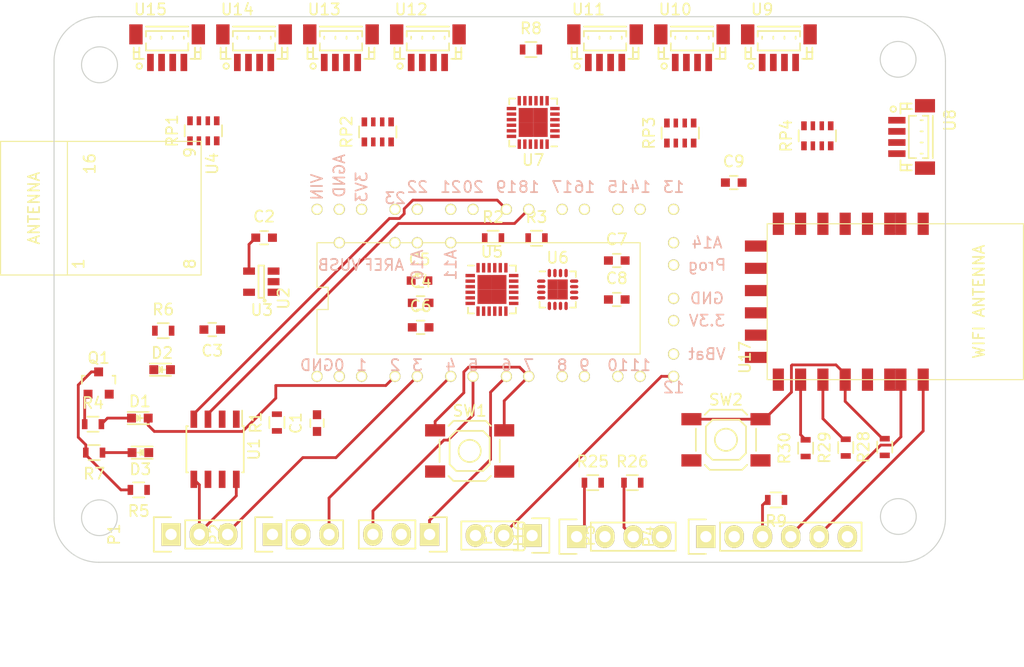
<source format=kicad_pcb>
(kicad_pcb (version 4) (host pcbnew 4.0.2-stable)

  (general
    (links 187)
    (no_connects 159)
    (area 92.349999 67.849999 172.450001 116.950001)
    (thickness 1.6)
    (drawings 12)
    (tracks 96)
    (zones 0)
    (modules 55)
    (nets 60)
  )

  (page A4)
  (layers
    (0 F.Cu signal)
    (31 B.Cu signal)
    (32 B.Adhes user)
    (33 F.Adhes user)
    (34 B.Paste user)
    (35 F.Paste user)
    (36 B.SilkS user)
    (37 F.SilkS user)
    (38 B.Mask user)
    (39 F.Mask user)
    (40 Dwgs.User user)
    (41 Cmts.User user)
    (42 Eco1.User user)
    (43 Eco2.User user)
    (44 Edge.Cuts user)
    (45 Margin user)
    (46 B.CrtYd user)
    (47 F.CrtYd user)
    (48 B.Fab user)
    (49 F.Fab user)
  )

  (setup
    (last_trace_width 0.25)
    (trace_clearance 0.2)
    (zone_clearance 0.508)
    (zone_45_only no)
    (trace_min 0.2)
    (segment_width 0.2)
    (edge_width 0.1)
    (via_size 0.6)
    (via_drill 0.4)
    (via_min_size 0.4)
    (via_min_drill 0.3)
    (uvia_size 0.3)
    (uvia_drill 0.1)
    (uvias_allowed no)
    (uvia_min_size 0.2)
    (uvia_min_drill 0.1)
    (pcb_text_width 0.3)
    (pcb_text_size 1.5 1.5)
    (mod_edge_width 0.15)
    (mod_text_size 1 1)
    (mod_text_width 0.15)
    (pad_size 1.5 1.5)
    (pad_drill 0.6)
    (pad_to_mask_clearance 0)
    (aux_axis_origin 0 0)
    (visible_elements 7FFFF7FF)
    (pcbplotparams
      (layerselection 0x00030_80000001)
      (usegerberextensions false)
      (excludeedgelayer true)
      (linewidth 0.100000)
      (plotframeref false)
      (viasonmask false)
      (mode 1)
      (useauxorigin false)
      (hpglpennumber 1)
      (hpglpenspeed 20)
      (hpglpendiameter 15)
      (hpglpenoverlay 2)
      (psnegative false)
      (psa4output false)
      (plotreference true)
      (plotvalue true)
      (plotinvisibletext false)
      (padsonsilk false)
      (subtractmaskfromsilk false)
      (outputformat 1)
      (mirror false)
      (drillshape 1)
      (scaleselection 1)
      (outputdirectory ""))
  )

  (net 0 "")
  (net 1 +BATT)
  (net 2 GND)
  (net 3 "Net-(C2-Pad1)")
  (net 4 +3V3)
  (net 5 "Net-(C4-Pad2)")
  (net 6 "Net-(C6-Pad2)")
  (net 7 "Net-(C7-Pad1)")
  (net 8 "Net-(C7-Pad2)")
  (net 9 "Net-(C8-Pad2)")
  (net 10 TOGGLE_LED)
  (net 11 "Net-(D1-Pad1)")
  (net 12 "Net-(D2-Pad2)")
  (net 13 "Net-(D2-Pad1)")
  (net 14 "Net-(D3-Pad2)")
  (net 15 MOTOR)
  (net 16 +5V)
  (net 17 STEERING)
  (net 18 START_POWER)
  (net 19 START)
  (net 20 "Net-(P4-Pad3)")
  (net 21 WIFI_RX)
  (net 22 WIFI_TX)
  (net 23 RGB_STRIP)
  (net 24 "Net-(Q1-Pad1)")
  (net 25 "Net-(Q1-Pad3)")
  (net 26 TEENSY_SCL)
  (net 27 TEENSY_SDA)
  (net 28 "Net-(R8-Pad2)")
  (net 29 "Net-(R25-Pad1)")
  (net 30 ENCODER)
  (net 31 "Net-(R28-Pad2)")
  (net 32 "Net-(R29-Pad2)")
  (net 33 "Net-(R30-Pad2)")
  (net 34 /IRSensors/SCL_0)
  (net 35 /IRSensors/SDA_0)
  (net 36 /IRSensors/SDA_1)
  (net 37 /IRSensors/SCL_1)
  (net 38 /IRSensors/SCL_2)
  (net 39 /IRSensors/SDA_2)
  (net 40 /IRSensors/SDA_3)
  (net 41 /IRSensors/SCL_3)
  (net 42 /IRSensors/SCL_4)
  (net 43 /IRSensors/SDA_4)
  (net 44 /IRSensors/SDA_5)
  (net 45 /IRSensors/SCL_5)
  (net 46 /IRSensors/SCL_6)
  (net 47 /IRSensors/SDA_6)
  (net 48 /IRSensors/SDA_7)
  (net 49 /IRSensors/SCL_7)
  (net 50 BUTTON)
  (net 51 BLUETOOTH_TX)
  (net 52 BLUETOOTH_RX)
  (net 53 WIFI_ENABLE)
  (net 54 ~WIFI_RESET)
  (net 55 IMU_DRDY)
  (net 56 IMU_INT)
  (net 57 IMU_FSYNC)
  (net 58 MPU_SDA)
  (net 59 MPU_SCL)

  (net_class Default "This is the default net class."
    (clearance 0.2)
    (trace_width 0.25)
    (via_dia 0.6)
    (via_drill 0.4)
    (uvia_dia 0.3)
    (uvia_drill 0.1)
    (add_net +3V3)
    (add_net +5V)
    (add_net +BATT)
    (add_net /IRSensors/SCL_0)
    (add_net /IRSensors/SCL_1)
    (add_net /IRSensors/SCL_2)
    (add_net /IRSensors/SCL_3)
    (add_net /IRSensors/SCL_4)
    (add_net /IRSensors/SCL_5)
    (add_net /IRSensors/SCL_6)
    (add_net /IRSensors/SCL_7)
    (add_net /IRSensors/SDA_0)
    (add_net /IRSensors/SDA_1)
    (add_net /IRSensors/SDA_2)
    (add_net /IRSensors/SDA_3)
    (add_net /IRSensors/SDA_4)
    (add_net /IRSensors/SDA_5)
    (add_net /IRSensors/SDA_6)
    (add_net /IRSensors/SDA_7)
    (add_net BLUETOOTH_RX)
    (add_net BLUETOOTH_TX)
    (add_net BUTTON)
    (add_net ENCODER)
    (add_net GND)
    (add_net IMU_DRDY)
    (add_net IMU_FSYNC)
    (add_net IMU_INT)
    (add_net MOTOR)
    (add_net MPU_SCL)
    (add_net MPU_SDA)
    (add_net "Net-(C2-Pad1)")
    (add_net "Net-(C4-Pad2)")
    (add_net "Net-(C6-Pad2)")
    (add_net "Net-(C7-Pad1)")
    (add_net "Net-(C7-Pad2)")
    (add_net "Net-(C8-Pad2)")
    (add_net "Net-(D1-Pad1)")
    (add_net "Net-(D2-Pad1)")
    (add_net "Net-(D2-Pad2)")
    (add_net "Net-(D3-Pad2)")
    (add_net "Net-(P4-Pad3)")
    (add_net "Net-(Q1-Pad1)")
    (add_net "Net-(Q1-Pad3)")
    (add_net "Net-(R25-Pad1)")
    (add_net "Net-(R28-Pad2)")
    (add_net "Net-(R29-Pad2)")
    (add_net "Net-(R30-Pad2)")
    (add_net "Net-(R8-Pad2)")
    (add_net RGB_STRIP)
    (add_net START)
    (add_net START_POWER)
    (add_net STEERING)
    (add_net TEENSY_SCL)
    (add_net TEENSY_SDA)
    (add_net TOGGLE_LED)
    (add_net WIFI_ENABLE)
    (add_net WIFI_RX)
    (add_net WIFI_TX)
    (add_net ~WIFI_RESET)
  )

  (module Capacitors_SMD:C_0603 (layer F.Cu) (tedit 5415D631) (tstamp 57A36AF8)
    (at 116 104.4 90)
    (descr "Capacitor SMD 0603, reflow soldering, AVX (see smccp.pdf)")
    (tags "capacitor 0603")
    (path /5748AC15)
    (attr smd)
    (fp_text reference C1 (at 0 -1.9 90) (layer F.SilkS)
      (effects (font (size 1 1) (thickness 0.15)))
    )
    (fp_text value 0.1-1uF (at 0 1.9 90) (layer F.Fab)
      (effects (font (size 1 1) (thickness 0.15)))
    )
    (fp_line (start -1.45 -0.75) (end 1.45 -0.75) (layer F.CrtYd) (width 0.05))
    (fp_line (start -1.45 0.75) (end 1.45 0.75) (layer F.CrtYd) (width 0.05))
    (fp_line (start -1.45 -0.75) (end -1.45 0.75) (layer F.CrtYd) (width 0.05))
    (fp_line (start 1.45 -0.75) (end 1.45 0.75) (layer F.CrtYd) (width 0.05))
    (fp_line (start -0.35 -0.6) (end 0.35 -0.6) (layer F.SilkS) (width 0.15))
    (fp_line (start 0.35 0.6) (end -0.35 0.6) (layer F.SilkS) (width 0.15))
    (pad 1 smd rect (at -0.75 0 90) (size 0.8 0.75) (layers F.Cu F.Paste F.Mask)
      (net 1 +BATT))
    (pad 2 smd rect (at 0.75 0 90) (size 0.8 0.75) (layers F.Cu F.Paste F.Mask)
      (net 2 GND))
    (model Capacitors_SMD.3dshapes/C_0603.wrl
      (at (xyz 0 0 0))
      (scale (xyz 1 1 1))
      (rotate (xyz 0 0 0))
    )
  )

  (module Capacitors_SMD:C_0603 (layer F.Cu) (tedit 5415D631) (tstamp 57A36AFE)
    (at 111.25 87.75)
    (descr "Capacitor SMD 0603, reflow soldering, AVX (see smccp.pdf)")
    (tags "capacitor 0603")
    (path /5748D808)
    (attr smd)
    (fp_text reference C2 (at 0 -1.9) (layer F.SilkS)
      (effects (font (size 1 1) (thickness 0.15)))
    )
    (fp_text value 470pF (at 0 1.9) (layer F.Fab)
      (effects (font (size 1 1) (thickness 0.15)))
    )
    (fp_line (start -1.45 -0.75) (end 1.45 -0.75) (layer F.CrtYd) (width 0.05))
    (fp_line (start -1.45 0.75) (end 1.45 0.75) (layer F.CrtYd) (width 0.05))
    (fp_line (start -1.45 -0.75) (end -1.45 0.75) (layer F.CrtYd) (width 0.05))
    (fp_line (start 1.45 -0.75) (end 1.45 0.75) (layer F.CrtYd) (width 0.05))
    (fp_line (start -0.35 -0.6) (end 0.35 -0.6) (layer F.SilkS) (width 0.15))
    (fp_line (start 0.35 0.6) (end -0.35 0.6) (layer F.SilkS) (width 0.15))
    (pad 1 smd rect (at -0.75 0) (size 0.8 0.75) (layers F.Cu F.Paste F.Mask)
      (net 3 "Net-(C2-Pad1)"))
    (pad 2 smd rect (at 0.75 0) (size 0.8 0.75) (layers F.Cu F.Paste F.Mask)
      (net 2 GND))
    (model Capacitors_SMD.3dshapes/C_0603.wrl
      (at (xyz 0 0 0))
      (scale (xyz 1 1 1))
      (rotate (xyz 0 0 0))
    )
  )

  (module Capacitors_SMD:C_0603 (layer F.Cu) (tedit 5415D631) (tstamp 57A36B04)
    (at 106.6 96 180)
    (descr "Capacitor SMD 0603, reflow soldering, AVX (see smccp.pdf)")
    (tags "capacitor 0603")
    (path /5748DBA2)
    (attr smd)
    (fp_text reference C3 (at 0 -1.9 180) (layer F.SilkS)
      (effects (font (size 1 1) (thickness 0.15)))
    )
    (fp_text value 2.2uF (at 0 1.9 180) (layer F.Fab)
      (effects (font (size 1 1) (thickness 0.15)))
    )
    (fp_line (start -1.45 -0.75) (end 1.45 -0.75) (layer F.CrtYd) (width 0.05))
    (fp_line (start -1.45 0.75) (end 1.45 0.75) (layer F.CrtYd) (width 0.05))
    (fp_line (start -1.45 -0.75) (end -1.45 0.75) (layer F.CrtYd) (width 0.05))
    (fp_line (start 1.45 -0.75) (end 1.45 0.75) (layer F.CrtYd) (width 0.05))
    (fp_line (start -0.35 -0.6) (end 0.35 -0.6) (layer F.SilkS) (width 0.15))
    (fp_line (start 0.35 0.6) (end -0.35 0.6) (layer F.SilkS) (width 0.15))
    (pad 1 smd rect (at -0.75 0 180) (size 0.8 0.75) (layers F.Cu F.Paste F.Mask)
      (net 4 +3V3))
    (pad 2 smd rect (at 0.75 0 180) (size 0.8 0.75) (layers F.Cu F.Paste F.Mask)
      (net 2 GND))
    (model Capacitors_SMD.3dshapes/C_0603.wrl
      (at (xyz 0 0 0))
      (scale (xyz 1 1 1))
      (rotate (xyz 0 0 0))
    )
  )

  (module Capacitors_SMD:C_0603 (layer F.Cu) (tedit 5415D631) (tstamp 57A36B0A)
    (at 125.3 93.6)
    (descr "Capacitor SMD 0603, reflow soldering, AVX (see smccp.pdf)")
    (tags "capacitor 0603")
    (path /5748AB6A/574C41F0)
    (attr smd)
    (fp_text reference C4 (at 0 -1.9) (layer F.SilkS)
      (effects (font (size 1 1) (thickness 0.15)))
    )
    (fp_text value 0.1uF (at 0 1.9) (layer F.Fab)
      (effects (font (size 1 1) (thickness 0.15)))
    )
    (fp_line (start -1.45 -0.75) (end 1.45 -0.75) (layer F.CrtYd) (width 0.05))
    (fp_line (start -1.45 0.75) (end 1.45 0.75) (layer F.CrtYd) (width 0.05))
    (fp_line (start -1.45 -0.75) (end -1.45 0.75) (layer F.CrtYd) (width 0.05))
    (fp_line (start 1.45 -0.75) (end 1.45 0.75) (layer F.CrtYd) (width 0.05))
    (fp_line (start -0.35 -0.6) (end 0.35 -0.6) (layer F.SilkS) (width 0.15))
    (fp_line (start 0.35 0.6) (end -0.35 0.6) (layer F.SilkS) (width 0.15))
    (pad 1 smd rect (at -0.75 0) (size 0.8 0.75) (layers F.Cu F.Paste F.Mask)
      (net 2 GND))
    (pad 2 smd rect (at 0.75 0) (size 0.8 0.75) (layers F.Cu F.Paste F.Mask)
      (net 5 "Net-(C4-Pad2)"))
    (model Capacitors_SMD.3dshapes/C_0603.wrl
      (at (xyz 0 0 0))
      (scale (xyz 1 1 1))
      (rotate (xyz 0 0 0))
    )
  )

  (module Capacitors_SMD:C_0603 (layer F.Cu) (tedit 5415D631) (tstamp 57A36B10)
    (at 125.2 91.6)
    (descr "Capacitor SMD 0603, reflow soldering, AVX (see smccp.pdf)")
    (tags "capacitor 0603")
    (path /5748AB6A/574C3CF5)
    (attr smd)
    (fp_text reference C5 (at 0 -1.9) (layer F.SilkS)
      (effects (font (size 1 1) (thickness 0.15)))
    )
    (fp_text value 10nF (at 0 1.9) (layer F.Fab)
      (effects (font (size 1 1) (thickness 0.15)))
    )
    (fp_line (start -1.45 -0.75) (end 1.45 -0.75) (layer F.CrtYd) (width 0.05))
    (fp_line (start -1.45 0.75) (end 1.45 0.75) (layer F.CrtYd) (width 0.05))
    (fp_line (start -1.45 -0.75) (end -1.45 0.75) (layer F.CrtYd) (width 0.05))
    (fp_line (start 1.45 -0.75) (end 1.45 0.75) (layer F.CrtYd) (width 0.05))
    (fp_line (start -0.35 -0.6) (end 0.35 -0.6) (layer F.SilkS) (width 0.15))
    (fp_line (start 0.35 0.6) (end -0.35 0.6) (layer F.SilkS) (width 0.15))
    (pad 1 smd rect (at -0.75 0) (size 0.8 0.75) (layers F.Cu F.Paste F.Mask)
      (net 2 GND))
    (pad 2 smd rect (at 0.75 0) (size 0.8 0.75) (layers F.Cu F.Paste F.Mask)
      (net 4 +3V3))
    (model Capacitors_SMD.3dshapes/C_0603.wrl
      (at (xyz 0 0 0))
      (scale (xyz 1 1 1))
      (rotate (xyz 0 0 0))
    )
  )

  (module Capacitors_SMD:C_0603 (layer F.Cu) (tedit 5415D631) (tstamp 57A36B16)
    (at 125.3 95.8)
    (descr "Capacitor SMD 0603, reflow soldering, AVX (see smccp.pdf)")
    (tags "capacitor 0603")
    (path /5748AB6A/574C457F)
    (attr smd)
    (fp_text reference C6 (at 0 -1.9) (layer F.SilkS)
      (effects (font (size 1 1) (thickness 0.15)))
    )
    (fp_text value 2.2nF (at 0 1.9) (layer F.Fab)
      (effects (font (size 1 1) (thickness 0.15)))
    )
    (fp_line (start -1.45 -0.75) (end 1.45 -0.75) (layer F.CrtYd) (width 0.05))
    (fp_line (start -1.45 0.75) (end 1.45 0.75) (layer F.CrtYd) (width 0.05))
    (fp_line (start -1.45 -0.75) (end -1.45 0.75) (layer F.CrtYd) (width 0.05))
    (fp_line (start 1.45 -0.75) (end 1.45 0.75) (layer F.CrtYd) (width 0.05))
    (fp_line (start -0.35 -0.6) (end 0.35 -0.6) (layer F.SilkS) (width 0.15))
    (fp_line (start 0.35 0.6) (end -0.35 0.6) (layer F.SilkS) (width 0.15))
    (pad 1 smd rect (at -0.75 0) (size 0.8 0.75) (layers F.Cu F.Paste F.Mask)
      (net 2 GND))
    (pad 2 smd rect (at 0.75 0) (size 0.8 0.75) (layers F.Cu F.Paste F.Mask)
      (net 6 "Net-(C6-Pad2)"))
    (model Capacitors_SMD.3dshapes/C_0603.wrl
      (at (xyz 0 0 0))
      (scale (xyz 1 1 1))
      (rotate (xyz 0 0 0))
    )
  )

  (module Capacitors_SMD:C_0603 (layer F.Cu) (tedit 5415D631) (tstamp 57A36B1C)
    (at 142.9 89.8)
    (descr "Capacitor SMD 0603, reflow soldering, AVX (see smccp.pdf)")
    (tags "capacitor 0603")
    (path /5748AB6A/574C6C91)
    (attr smd)
    (fp_text reference C7 (at 0 -1.9) (layer F.SilkS)
      (effects (font (size 1 1) (thickness 0.15)))
    )
    (fp_text value 0.22uF (at 0 1.9) (layer F.Fab)
      (effects (font (size 1 1) (thickness 0.15)))
    )
    (fp_line (start -1.45 -0.75) (end 1.45 -0.75) (layer F.CrtYd) (width 0.05))
    (fp_line (start -1.45 0.75) (end 1.45 0.75) (layer F.CrtYd) (width 0.05))
    (fp_line (start -1.45 -0.75) (end -1.45 0.75) (layer F.CrtYd) (width 0.05))
    (fp_line (start 1.45 -0.75) (end 1.45 0.75) (layer F.CrtYd) (width 0.05))
    (fp_line (start -0.35 -0.6) (end 0.35 -0.6) (layer F.SilkS) (width 0.15))
    (fp_line (start 0.35 0.6) (end -0.35 0.6) (layer F.SilkS) (width 0.15))
    (pad 1 smd rect (at -0.75 0) (size 0.8 0.75) (layers F.Cu F.Paste F.Mask)
      (net 7 "Net-(C7-Pad1)"))
    (pad 2 smd rect (at 0.75 0) (size 0.8 0.75) (layers F.Cu F.Paste F.Mask)
      (net 8 "Net-(C7-Pad2)"))
    (model Capacitors_SMD.3dshapes/C_0603.wrl
      (at (xyz 0 0 0))
      (scale (xyz 1 1 1))
      (rotate (xyz 0 0 0))
    )
  )

  (module Capacitors_SMD:C_0603 (layer F.Cu) (tedit 5415D631) (tstamp 57A36B22)
    (at 142.9 93.3)
    (descr "Capacitor SMD 0603, reflow soldering, AVX (see smccp.pdf)")
    (tags "capacitor 0603")
    (path /5748AB6A/574C7189)
    (attr smd)
    (fp_text reference C8 (at 0 -1.9) (layer F.SilkS)
      (effects (font (size 1 1) (thickness 0.15)))
    )
    (fp_text value 4.7uF (at 0 1.9) (layer F.Fab)
      (effects (font (size 1 1) (thickness 0.15)))
    )
    (fp_line (start -1.45 -0.75) (end 1.45 -0.75) (layer F.CrtYd) (width 0.05))
    (fp_line (start -1.45 0.75) (end 1.45 0.75) (layer F.CrtYd) (width 0.05))
    (fp_line (start -1.45 -0.75) (end -1.45 0.75) (layer F.CrtYd) (width 0.05))
    (fp_line (start 1.45 -0.75) (end 1.45 0.75) (layer F.CrtYd) (width 0.05))
    (fp_line (start -0.35 -0.6) (end 0.35 -0.6) (layer F.SilkS) (width 0.15))
    (fp_line (start 0.35 0.6) (end -0.35 0.6) (layer F.SilkS) (width 0.15))
    (pad 1 smd rect (at -0.75 0) (size 0.8 0.75) (layers F.Cu F.Paste F.Mask)
      (net 2 GND))
    (pad 2 smd rect (at 0.75 0) (size 0.8 0.75) (layers F.Cu F.Paste F.Mask)
      (net 9 "Net-(C8-Pad2)"))
    (model Capacitors_SMD.3dshapes/C_0603.wrl
      (at (xyz 0 0 0))
      (scale (xyz 1 1 1))
      (rotate (xyz 0 0 0))
    )
  )

  (module Capacitors_SMD:C_0603 (layer F.Cu) (tedit 5415D631) (tstamp 57A36B28)
    (at 153.4 82.8)
    (descr "Capacitor SMD 0603, reflow soldering, AVX (see smccp.pdf)")
    (tags "capacitor 0603")
    (path /5752B944)
    (attr smd)
    (fp_text reference C9 (at 0 -1.9) (layer F.SilkS)
      (effects (font (size 1 1) (thickness 0.15)))
    )
    (fp_text value 100nF (at 0 1.9) (layer F.Fab)
      (effects (font (size 1 1) (thickness 0.15)))
    )
    (fp_line (start -1.45 -0.75) (end 1.45 -0.75) (layer F.CrtYd) (width 0.05))
    (fp_line (start -1.45 0.75) (end 1.45 0.75) (layer F.CrtYd) (width 0.05))
    (fp_line (start -1.45 -0.75) (end -1.45 0.75) (layer F.CrtYd) (width 0.05))
    (fp_line (start 1.45 -0.75) (end 1.45 0.75) (layer F.CrtYd) (width 0.05))
    (fp_line (start -0.35 -0.6) (end 0.35 -0.6) (layer F.SilkS) (width 0.15))
    (fp_line (start 0.35 0.6) (end -0.35 0.6) (layer F.SilkS) (width 0.15))
    (pad 1 smd rect (at -0.75 0) (size 0.8 0.75) (layers F.Cu F.Paste F.Mask)
      (net 2 GND))
    (pad 2 smd rect (at 0.75 0) (size 0.8 0.75) (layers F.Cu F.Paste F.Mask)
      (net 4 +3V3))
    (model Capacitors_SMD.3dshapes/C_0603.wrl
      (at (xyz 0 0 0))
      (scale (xyz 1 1 1))
      (rotate (xyz 0 0 0))
    )
  )

  (module LEDs:LED_0603 (layer F.Cu) (tedit 55BDE255) (tstamp 57A36B2E)
    (at 100.1 103.95)
    (descr "LED 0603 smd package")
    (tags "LED led 0603 SMD smd SMT smt smdled SMDLED smtled SMTLED")
    (path /574AB5F1)
    (attr smd)
    (fp_text reference D1 (at 0 -1.5) (layer F.SilkS)
      (effects (font (size 1 1) (thickness 0.15)))
    )
    (fp_text value GREEN (at 0 1.5) (layer F.Fab)
      (effects (font (size 1 1) (thickness 0.15)))
    )
    (fp_line (start -1.1 0.55) (end 0.8 0.55) (layer F.SilkS) (width 0.15))
    (fp_line (start -1.1 -0.55) (end 0.8 -0.55) (layer F.SilkS) (width 0.15))
    (fp_line (start -0.2 0) (end 0.25 0) (layer F.SilkS) (width 0.15))
    (fp_line (start -0.25 -0.25) (end -0.25 0.25) (layer F.SilkS) (width 0.15))
    (fp_line (start -0.25 0) (end 0 -0.25) (layer F.SilkS) (width 0.15))
    (fp_line (start 0 -0.25) (end 0 0.25) (layer F.SilkS) (width 0.15))
    (fp_line (start 0 0.25) (end -0.25 0) (layer F.SilkS) (width 0.15))
    (fp_line (start 1.4 -0.75) (end 1.4 0.75) (layer F.CrtYd) (width 0.05))
    (fp_line (start 1.4 0.75) (end -1.4 0.75) (layer F.CrtYd) (width 0.05))
    (fp_line (start -1.4 0.75) (end -1.4 -0.75) (layer F.CrtYd) (width 0.05))
    (fp_line (start -1.4 -0.75) (end 1.4 -0.75) (layer F.CrtYd) (width 0.05))
    (pad 2 smd rect (at 0.7493 0 180) (size 0.79756 0.79756) (layers F.Cu F.Paste F.Mask)
      (net 10 TOGGLE_LED))
    (pad 1 smd rect (at -0.7493 0 180) (size 0.79756 0.79756) (layers F.Cu F.Paste F.Mask)
      (net 11 "Net-(D1-Pad1)"))
    (model LEDs.3dshapes/LED_0603.wrl
      (at (xyz 0 0 0))
      (scale (xyz 1 1 1))
      (rotate (xyz 0 0 180))
    )
  )

  (module LEDs:LED_0603 (layer F.Cu) (tedit 55BDE255) (tstamp 57A36B34)
    (at 102.1 99.6)
    (descr "LED 0603 smd package")
    (tags "LED led 0603 SMD smd SMT smt smdled SMDLED smtled SMTLED")
    (path /5750EEAC)
    (attr smd)
    (fp_text reference D2 (at 0 -1.5) (layer F.SilkS)
      (effects (font (size 1 1) (thickness 0.15)))
    )
    (fp_text value ACT (at 0 1.5) (layer F.Fab)
      (effects (font (size 1 1) (thickness 0.15)))
    )
    (fp_line (start -1.1 0.55) (end 0.8 0.55) (layer F.SilkS) (width 0.15))
    (fp_line (start -1.1 -0.55) (end 0.8 -0.55) (layer F.SilkS) (width 0.15))
    (fp_line (start -0.2 0) (end 0.25 0) (layer F.SilkS) (width 0.15))
    (fp_line (start -0.25 -0.25) (end -0.25 0.25) (layer F.SilkS) (width 0.15))
    (fp_line (start -0.25 0) (end 0 -0.25) (layer F.SilkS) (width 0.15))
    (fp_line (start 0 -0.25) (end 0 0.25) (layer F.SilkS) (width 0.15))
    (fp_line (start 0 0.25) (end -0.25 0) (layer F.SilkS) (width 0.15))
    (fp_line (start 1.4 -0.75) (end 1.4 0.75) (layer F.CrtYd) (width 0.05))
    (fp_line (start 1.4 0.75) (end -1.4 0.75) (layer F.CrtYd) (width 0.05))
    (fp_line (start -1.4 0.75) (end -1.4 -0.75) (layer F.CrtYd) (width 0.05))
    (fp_line (start -1.4 -0.75) (end 1.4 -0.75) (layer F.CrtYd) (width 0.05))
    (pad 2 smd rect (at 0.7493 0 180) (size 0.79756 0.79756) (layers F.Cu F.Paste F.Mask)
      (net 12 "Net-(D2-Pad2)"))
    (pad 1 smd rect (at -0.7493 0 180) (size 0.79756 0.79756) (layers F.Cu F.Paste F.Mask)
      (net 13 "Net-(D2-Pad1)"))
    (model LEDs.3dshapes/LED_0603.wrl
      (at (xyz 0 0 0))
      (scale (xyz 1 1 1))
      (rotate (xyz 0 0 180))
    )
  )

  (module LEDs:LED_0603 (layer F.Cu) (tedit 55BDE255) (tstamp 57A36B3A)
    (at 100.15 107.05 180)
    (descr "LED 0603 smd package")
    (tags "LED led 0603 SMD smd SMT smt smdled SMDLED smtled SMTLED")
    (path /574AB9EC)
    (attr smd)
    (fp_text reference D3 (at 0 -1.5 180) (layer F.SilkS)
      (effects (font (size 1 1) (thickness 0.15)))
    )
    (fp_text value RED (at 0 1.5 180) (layer F.Fab)
      (effects (font (size 1 1) (thickness 0.15)))
    )
    (fp_line (start -1.1 0.55) (end 0.8 0.55) (layer F.SilkS) (width 0.15))
    (fp_line (start -1.1 -0.55) (end 0.8 -0.55) (layer F.SilkS) (width 0.15))
    (fp_line (start -0.2 0) (end 0.25 0) (layer F.SilkS) (width 0.15))
    (fp_line (start -0.25 -0.25) (end -0.25 0.25) (layer F.SilkS) (width 0.15))
    (fp_line (start -0.25 0) (end 0 -0.25) (layer F.SilkS) (width 0.15))
    (fp_line (start 0 -0.25) (end 0 0.25) (layer F.SilkS) (width 0.15))
    (fp_line (start 0 0.25) (end -0.25 0) (layer F.SilkS) (width 0.15))
    (fp_line (start 1.4 -0.75) (end 1.4 0.75) (layer F.CrtYd) (width 0.05))
    (fp_line (start 1.4 0.75) (end -1.4 0.75) (layer F.CrtYd) (width 0.05))
    (fp_line (start -1.4 0.75) (end -1.4 -0.75) (layer F.CrtYd) (width 0.05))
    (fp_line (start -1.4 -0.75) (end 1.4 -0.75) (layer F.CrtYd) (width 0.05))
    (pad 2 smd rect (at 0.7493 0) (size 0.79756 0.79756) (layers F.Cu F.Paste F.Mask)
      (net 14 "Net-(D3-Pad2)"))
    (pad 1 smd rect (at -0.7493 0) (size 0.79756 0.79756) (layers F.Cu F.Paste F.Mask)
      (net 2 GND))
    (model LEDs.3dshapes/LED_0603.wrl
      (at (xyz 0 0 0))
      (scale (xyz 1 1 1))
      (rotate (xyz 0 0 180))
    )
  )

  (module Pin_Headers:Pin_Header_Straight_1x03 (layer F.Cu) (tedit 0) (tstamp 57A36B41)
    (at 102.9 114.4 90)
    (descr "Through hole pin header")
    (tags "pin header")
    (path /574AE353)
    (fp_text reference P1 (at 0 -5.1 90) (layer F.SilkS)
      (effects (font (size 1 1) (thickness 0.15)))
    )
    (fp_text value MOTOR (at 0 -3.1 90) (layer F.Fab)
      (effects (font (size 1 1) (thickness 0.15)))
    )
    (fp_line (start -1.75 -1.75) (end -1.75 6.85) (layer F.CrtYd) (width 0.05))
    (fp_line (start 1.75 -1.75) (end 1.75 6.85) (layer F.CrtYd) (width 0.05))
    (fp_line (start -1.75 -1.75) (end 1.75 -1.75) (layer F.CrtYd) (width 0.05))
    (fp_line (start -1.75 6.85) (end 1.75 6.85) (layer F.CrtYd) (width 0.05))
    (fp_line (start -1.27 1.27) (end -1.27 6.35) (layer F.SilkS) (width 0.15))
    (fp_line (start -1.27 6.35) (end 1.27 6.35) (layer F.SilkS) (width 0.15))
    (fp_line (start 1.27 6.35) (end 1.27 1.27) (layer F.SilkS) (width 0.15))
    (fp_line (start 1.55 -1.55) (end 1.55 0) (layer F.SilkS) (width 0.15))
    (fp_line (start 1.27 1.27) (end -1.27 1.27) (layer F.SilkS) (width 0.15))
    (fp_line (start -1.55 0) (end -1.55 -1.55) (layer F.SilkS) (width 0.15))
    (fp_line (start -1.55 -1.55) (end 1.55 -1.55) (layer F.SilkS) (width 0.15))
    (pad 1 thru_hole rect (at 0 0 90) (size 2.032 1.7272) (drill 1.016) (layers *.Cu *.Mask F.SilkS)
      (net 2 GND))
    (pad 2 thru_hole oval (at 0 2.54 90) (size 2.032 1.7272) (drill 1.016) (layers *.Cu *.Mask F.SilkS)
      (net 1 +BATT))
    (pad 3 thru_hole oval (at 0 5.08 90) (size 2.032 1.7272) (drill 1.016) (layers *.Cu *.Mask F.SilkS)
      (net 15 MOTOR))
    (model Pin_Headers.3dshapes/Pin_Header_Straight_1x03.wrl
      (at (xyz 0 -0.1 0))
      (scale (xyz 1 1 1))
      (rotate (xyz 0 0 90))
    )
  )

  (module Pin_Headers:Pin_Header_Straight_1x03 (layer F.Cu) (tedit 0) (tstamp 57A36B48)
    (at 112 114.4 90)
    (descr "Through hole pin header")
    (tags "pin header")
    (path /574B6658)
    (fp_text reference P2 (at 0 -5.1 90) (layer F.SilkS)
      (effects (font (size 1 1) (thickness 0.15)))
    )
    (fp_text value SERVO (at 0 -3.1 90) (layer F.Fab)
      (effects (font (size 1 1) (thickness 0.15)))
    )
    (fp_line (start -1.75 -1.75) (end -1.75 6.85) (layer F.CrtYd) (width 0.05))
    (fp_line (start 1.75 -1.75) (end 1.75 6.85) (layer F.CrtYd) (width 0.05))
    (fp_line (start -1.75 -1.75) (end 1.75 -1.75) (layer F.CrtYd) (width 0.05))
    (fp_line (start -1.75 6.85) (end 1.75 6.85) (layer F.CrtYd) (width 0.05))
    (fp_line (start -1.27 1.27) (end -1.27 6.35) (layer F.SilkS) (width 0.15))
    (fp_line (start -1.27 6.35) (end 1.27 6.35) (layer F.SilkS) (width 0.15))
    (fp_line (start 1.27 6.35) (end 1.27 1.27) (layer F.SilkS) (width 0.15))
    (fp_line (start 1.55 -1.55) (end 1.55 0) (layer F.SilkS) (width 0.15))
    (fp_line (start 1.27 1.27) (end -1.27 1.27) (layer F.SilkS) (width 0.15))
    (fp_line (start -1.55 0) (end -1.55 -1.55) (layer F.SilkS) (width 0.15))
    (fp_line (start -1.55 -1.55) (end 1.55 -1.55) (layer F.SilkS) (width 0.15))
    (pad 1 thru_hole rect (at 0 0 90) (size 2.032 1.7272) (drill 1.016) (layers *.Cu *.Mask F.SilkS)
      (net 2 GND))
    (pad 2 thru_hole oval (at 0 2.54 90) (size 2.032 1.7272) (drill 1.016) (layers *.Cu *.Mask F.SilkS)
      (net 16 +5V))
    (pad 3 thru_hole oval (at 0 5.08 90) (size 2.032 1.7272) (drill 1.016) (layers *.Cu *.Mask F.SilkS)
      (net 17 STEERING))
    (model Pin_Headers.3dshapes/Pin_Header_Straight_1x03.wrl
      (at (xyz 0 -0.1 0))
      (scale (xyz 1 1 1))
      (rotate (xyz 0 0 90))
    )
  )

  (module Pin_Headers:Pin_Header_Straight_1x03 (layer F.Cu) (tedit 0) (tstamp 57A36B4F)
    (at 126.1 114.4 270)
    (descr "Through hole pin header")
    (tags "pin header")
    (path /574BC3C3)
    (fp_text reference P3 (at 0 -5.1 270) (layer F.SilkS)
      (effects (font (size 1 1) (thickness 0.15)))
    )
    (fp_text value START (at 0 -3.1 270) (layer F.Fab)
      (effects (font (size 1 1) (thickness 0.15)))
    )
    (fp_line (start -1.75 -1.75) (end -1.75 6.85) (layer F.CrtYd) (width 0.05))
    (fp_line (start 1.75 -1.75) (end 1.75 6.85) (layer F.CrtYd) (width 0.05))
    (fp_line (start -1.75 -1.75) (end 1.75 -1.75) (layer F.CrtYd) (width 0.05))
    (fp_line (start -1.75 6.85) (end 1.75 6.85) (layer F.CrtYd) (width 0.05))
    (fp_line (start -1.27 1.27) (end -1.27 6.35) (layer F.SilkS) (width 0.15))
    (fp_line (start -1.27 6.35) (end 1.27 6.35) (layer F.SilkS) (width 0.15))
    (fp_line (start 1.27 6.35) (end 1.27 1.27) (layer F.SilkS) (width 0.15))
    (fp_line (start 1.55 -1.55) (end 1.55 0) (layer F.SilkS) (width 0.15))
    (fp_line (start 1.27 1.27) (end -1.27 1.27) (layer F.SilkS) (width 0.15))
    (fp_line (start -1.55 0) (end -1.55 -1.55) (layer F.SilkS) (width 0.15))
    (fp_line (start -1.55 -1.55) (end 1.55 -1.55) (layer F.SilkS) (width 0.15))
    (pad 1 thru_hole rect (at 0 0 270) (size 2.032 1.7272) (drill 1.016) (layers *.Cu *.Mask F.SilkS)
      (net 18 START_POWER))
    (pad 2 thru_hole oval (at 0 2.54 270) (size 2.032 1.7272) (drill 1.016) (layers *.Cu *.Mask F.SilkS)
      (net 2 GND))
    (pad 3 thru_hole oval (at 0 5.08 270) (size 2.032 1.7272) (drill 1.016) (layers *.Cu *.Mask F.SilkS)
      (net 19 START))
    (model Pin_Headers.3dshapes/Pin_Header_Straight_1x03.wrl
      (at (xyz 0 -0.1 0))
      (scale (xyz 1 1 1))
      (rotate (xyz 0 0 90))
    )
  )

  (module Pin_Headers:Pin_Header_Straight_1x06 (layer F.Cu) (tedit 0) (tstamp 57A36B59)
    (at 150.9 114.6 90)
    (descr "Through hole pin header")
    (tags "pin header")
    (path /57A4C493)
    (fp_text reference P4 (at 0 -5.1 90) (layer F.SilkS)
      (effects (font (size 1 1) (thickness 0.15)))
    )
    (fp_text value CONN_01X06 (at 0 -3.1 90) (layer F.Fab)
      (effects (font (size 1 1) (thickness 0.15)))
    )
    (fp_line (start -1.75 -1.75) (end -1.75 14.45) (layer F.CrtYd) (width 0.05))
    (fp_line (start 1.75 -1.75) (end 1.75 14.45) (layer F.CrtYd) (width 0.05))
    (fp_line (start -1.75 -1.75) (end 1.75 -1.75) (layer F.CrtYd) (width 0.05))
    (fp_line (start -1.75 14.45) (end 1.75 14.45) (layer F.CrtYd) (width 0.05))
    (fp_line (start 1.27 1.27) (end 1.27 13.97) (layer F.SilkS) (width 0.15))
    (fp_line (start 1.27 13.97) (end -1.27 13.97) (layer F.SilkS) (width 0.15))
    (fp_line (start -1.27 13.97) (end -1.27 1.27) (layer F.SilkS) (width 0.15))
    (fp_line (start 1.55 -1.55) (end 1.55 0) (layer F.SilkS) (width 0.15))
    (fp_line (start 1.27 1.27) (end -1.27 1.27) (layer F.SilkS) (width 0.15))
    (fp_line (start -1.55 0) (end -1.55 -1.55) (layer F.SilkS) (width 0.15))
    (fp_line (start -1.55 -1.55) (end 1.55 -1.55) (layer F.SilkS) (width 0.15))
    (pad 1 thru_hole rect (at 0 0 90) (size 2.032 1.7272) (drill 1.016) (layers *.Cu *.Mask F.SilkS)
      (net 2 GND))
    (pad 2 thru_hole oval (at 0 2.54 90) (size 2.032 1.7272) (drill 1.016) (layers *.Cu *.Mask F.SilkS))
    (pad 3 thru_hole oval (at 0 5.08 90) (size 2.032 1.7272) (drill 1.016) (layers *.Cu *.Mask F.SilkS)
      (net 20 "Net-(P4-Pad3)"))
    (pad 4 thru_hole oval (at 0 7.62 90) (size 2.032 1.7272) (drill 1.016) (layers *.Cu *.Mask F.SilkS)
      (net 21 WIFI_RX))
    (pad 5 thru_hole oval (at 0 10.16 90) (size 2.032 1.7272) (drill 1.016) (layers *.Cu *.Mask F.SilkS)
      (net 22 WIFI_TX))
    (pad 6 thru_hole oval (at 0 12.7 90) (size 2.032 1.7272) (drill 1.016) (layers *.Cu *.Mask F.SilkS))
    (model Pin_Headers.3dshapes/Pin_Header_Straight_1x06.wrl
      (at (xyz 0 -0.25 0))
      (scale (xyz 1 1 1))
      (rotate (xyz 0 0 90))
    )
  )

  (module Pin_Headers:Pin_Header_Straight_1x03 (layer F.Cu) (tedit 0) (tstamp 57A36B60)
    (at 135.3 114.5 270)
    (descr "Through hole pin header")
    (tags "pin header")
    (path /574FF703)
    (fp_text reference P5 (at 0 -5.1 270) (layer F.SilkS)
      (effects (font (size 1 1) (thickness 0.15)))
    )
    (fp_text value RGB (at 0 -3.1 270) (layer F.Fab)
      (effects (font (size 1 1) (thickness 0.15)))
    )
    (fp_line (start -1.75 -1.75) (end -1.75 6.85) (layer F.CrtYd) (width 0.05))
    (fp_line (start 1.75 -1.75) (end 1.75 6.85) (layer F.CrtYd) (width 0.05))
    (fp_line (start -1.75 -1.75) (end 1.75 -1.75) (layer F.CrtYd) (width 0.05))
    (fp_line (start -1.75 6.85) (end 1.75 6.85) (layer F.CrtYd) (width 0.05))
    (fp_line (start -1.27 1.27) (end -1.27 6.35) (layer F.SilkS) (width 0.15))
    (fp_line (start -1.27 6.35) (end 1.27 6.35) (layer F.SilkS) (width 0.15))
    (fp_line (start 1.27 6.35) (end 1.27 1.27) (layer F.SilkS) (width 0.15))
    (fp_line (start 1.55 -1.55) (end 1.55 0) (layer F.SilkS) (width 0.15))
    (fp_line (start 1.27 1.27) (end -1.27 1.27) (layer F.SilkS) (width 0.15))
    (fp_line (start -1.55 0) (end -1.55 -1.55) (layer F.SilkS) (width 0.15))
    (fp_line (start -1.55 -1.55) (end 1.55 -1.55) (layer F.SilkS) (width 0.15))
    (pad 1 thru_hole rect (at 0 0 270) (size 2.032 1.7272) (drill 1.016) (layers *.Cu *.Mask F.SilkS)
      (net 2 GND))
    (pad 2 thru_hole oval (at 0 2.54 270) (size 2.032 1.7272) (drill 1.016) (layers *.Cu *.Mask F.SilkS)
      (net 23 RGB_STRIP))
    (pad 3 thru_hole oval (at 0 5.08 270) (size 2.032 1.7272) (drill 1.016) (layers *.Cu *.Mask F.SilkS)
      (net 16 +5V))
    (model Pin_Headers.3dshapes/Pin_Header_Straight_1x03.wrl
      (at (xyz 0 -0.1 0))
      (scale (xyz 1 1 1))
      (rotate (xyz 0 0 90))
    )
  )

  (module TO_SOT_Packages_SMD:SOT-23 (layer F.Cu) (tedit 553634F8) (tstamp 57A36B67)
    (at 96.4 100.8)
    (descr "SOT-23, Standard")
    (tags SOT-23)
    (path /574ABB1B)
    (attr smd)
    (fp_text reference Q1 (at 0 -2.25) (layer F.SilkS)
      (effects (font (size 1 1) (thickness 0.15)))
    )
    (fp_text value MMBT3904 (at 0 2.3) (layer F.Fab)
      (effects (font (size 1 1) (thickness 0.15)))
    )
    (fp_line (start -1.65 -1.6) (end 1.65 -1.6) (layer F.CrtYd) (width 0.05))
    (fp_line (start 1.65 -1.6) (end 1.65 1.6) (layer F.CrtYd) (width 0.05))
    (fp_line (start 1.65 1.6) (end -1.65 1.6) (layer F.CrtYd) (width 0.05))
    (fp_line (start -1.65 1.6) (end -1.65 -1.6) (layer F.CrtYd) (width 0.05))
    (fp_line (start 1.29916 -0.65024) (end 1.2509 -0.65024) (layer F.SilkS) (width 0.15))
    (fp_line (start -1.49982 0.0508) (end -1.49982 -0.65024) (layer F.SilkS) (width 0.15))
    (fp_line (start -1.49982 -0.65024) (end -1.2509 -0.65024) (layer F.SilkS) (width 0.15))
    (fp_line (start 1.29916 -0.65024) (end 1.49982 -0.65024) (layer F.SilkS) (width 0.15))
    (fp_line (start 1.49982 -0.65024) (end 1.49982 0.0508) (layer F.SilkS) (width 0.15))
    (pad 1 smd rect (at -0.95 1.00076) (size 0.8001 0.8001) (layers F.Cu F.Paste F.Mask)
      (net 24 "Net-(Q1-Pad1)"))
    (pad 2 smd rect (at 0.95 1.00076) (size 0.8001 0.8001) (layers F.Cu F.Paste F.Mask)
      (net 2 GND))
    (pad 3 smd rect (at 0 -0.99822) (size 0.8001 0.8001) (layers F.Cu F.Paste F.Mask)
      (net 25 "Net-(Q1-Pad3)"))
    (model TO_SOT_Packages_SMD.3dshapes/SOT-23.wrl
      (at (xyz 0 0 0))
      (scale (xyz 1 1 1))
      (rotate (xyz 0 0 0))
    )
  )

  (module Resistors_SMD:R_0603 (layer F.Cu) (tedit 5415CC62) (tstamp 57A36B73)
    (at 112.4 104.35 90)
    (descr "Resistor SMD 0603, reflow soldering, Vishay (see dcrcw.pdf)")
    (tags "resistor 0603")
    (path /5748E603)
    (attr smd)
    (fp_text reference R1 (at 0 -1.9 90) (layer F.SilkS)
      (effects (font (size 1 1) (thickness 0.15)))
    )
    (fp_text value 0.1ohm (at 0 1.9 90) (layer F.Fab)
      (effects (font (size 1 1) (thickness 0.15)))
    )
    (fp_line (start -1.3 -0.8) (end 1.3 -0.8) (layer F.CrtYd) (width 0.05))
    (fp_line (start -1.3 0.8) (end 1.3 0.8) (layer F.CrtYd) (width 0.05))
    (fp_line (start -1.3 -0.8) (end -1.3 0.8) (layer F.CrtYd) (width 0.05))
    (fp_line (start 1.3 -0.8) (end 1.3 0.8) (layer F.CrtYd) (width 0.05))
    (fp_line (start 0.5 0.675) (end -0.5 0.675) (layer F.SilkS) (width 0.15))
    (fp_line (start -0.5 -0.675) (end 0.5 -0.675) (layer F.SilkS) (width 0.15))
    (pad 1 smd rect (at -0.75 0 90) (size 0.5 0.9) (layers F.Cu F.Paste F.Mask)
      (net 16 +5V))
    (pad 2 smd rect (at 0.75 0 90) (size 0.5 0.9) (layers F.Cu F.Paste F.Mask)
      (net 1 +BATT))
    (model Resistors_SMD.3dshapes/R_0603.wrl
      (at (xyz 0 0 0))
      (scale (xyz 1 1 1))
      (rotate (xyz 0 0 0))
    )
  )

  (module Resistors_SMD:R_0603 (layer F.Cu) (tedit 5415CC62) (tstamp 57A36B7F)
    (at 131.8 87.8)
    (descr "Resistor SMD 0603, reflow soldering, Vishay (see dcrcw.pdf)")
    (tags "resistor 0603")
    (path /574A4B07)
    (attr smd)
    (fp_text reference R2 (at 0 -1.9) (layer F.SilkS)
      (effects (font (size 1 1) (thickness 0.15)))
    )
    (fp_text value 2k2 (at 0 1.9) (layer F.Fab)
      (effects (font (size 1 1) (thickness 0.15)))
    )
    (fp_line (start -1.3 -0.8) (end 1.3 -0.8) (layer F.CrtYd) (width 0.05))
    (fp_line (start -1.3 0.8) (end 1.3 0.8) (layer F.CrtYd) (width 0.05))
    (fp_line (start -1.3 -0.8) (end -1.3 0.8) (layer F.CrtYd) (width 0.05))
    (fp_line (start 1.3 -0.8) (end 1.3 0.8) (layer F.CrtYd) (width 0.05))
    (fp_line (start 0.5 0.675) (end -0.5 0.675) (layer F.SilkS) (width 0.15))
    (fp_line (start -0.5 -0.675) (end 0.5 -0.675) (layer F.SilkS) (width 0.15))
    (pad 1 smd rect (at -0.75 0) (size 0.5 0.9) (layers F.Cu F.Paste F.Mask)
      (net 4 +3V3))
    (pad 2 smd rect (at 0.75 0) (size 0.5 0.9) (layers F.Cu F.Paste F.Mask)
      (net 26 TEENSY_SCL))
    (model Resistors_SMD.3dshapes/R_0603.wrl
      (at (xyz 0 0 0))
      (scale (xyz 1 1 1))
      (rotate (xyz 0 0 0))
    )
  )

  (module Resistors_SMD:R_0603 (layer F.Cu) (tedit 5415CC62) (tstamp 57A36B8B)
    (at 135.7 87.8)
    (descr "Resistor SMD 0603, reflow soldering, Vishay (see dcrcw.pdf)")
    (tags "resistor 0603")
    (path /574A4A89)
    (attr smd)
    (fp_text reference R3 (at 0 -1.9) (layer F.SilkS)
      (effects (font (size 1 1) (thickness 0.15)))
    )
    (fp_text value 2k2 (at 0 1.9) (layer F.Fab)
      (effects (font (size 1 1) (thickness 0.15)))
    )
    (fp_line (start -1.3 -0.8) (end 1.3 -0.8) (layer F.CrtYd) (width 0.05))
    (fp_line (start -1.3 0.8) (end 1.3 0.8) (layer F.CrtYd) (width 0.05))
    (fp_line (start -1.3 -0.8) (end -1.3 0.8) (layer F.CrtYd) (width 0.05))
    (fp_line (start 1.3 -0.8) (end 1.3 0.8) (layer F.CrtYd) (width 0.05))
    (fp_line (start 0.5 0.675) (end -0.5 0.675) (layer F.SilkS) (width 0.15))
    (fp_line (start -0.5 -0.675) (end 0.5 -0.675) (layer F.SilkS) (width 0.15))
    (pad 1 smd rect (at -0.75 0) (size 0.5 0.9) (layers F.Cu F.Paste F.Mask)
      (net 27 TEENSY_SDA))
    (pad 2 smd rect (at 0.75 0) (size 0.5 0.9) (layers F.Cu F.Paste F.Mask)
      (net 4 +3V3))
    (model Resistors_SMD.3dshapes/R_0603.wrl
      (at (xyz 0 0 0))
      (scale (xyz 1 1 1))
      (rotate (xyz 0 0 0))
    )
  )

  (module Resistors_SMD:R_0603 (layer F.Cu) (tedit 5415CC62) (tstamp 57A36B97)
    (at 95.9 104.5)
    (descr "Resistor SMD 0603, reflow soldering, Vishay (see dcrcw.pdf)")
    (tags "resistor 0603")
    (path /574AC4CF)
    (attr smd)
    (fp_text reference R4 (at 0 -1.9) (layer F.SilkS)
      (effects (font (size 1 1) (thickness 0.15)))
    )
    (fp_text value 40 (at 0 1.9) (layer F.Fab)
      (effects (font (size 1 1) (thickness 0.15)))
    )
    (fp_line (start -1.3 -0.8) (end 1.3 -0.8) (layer F.CrtYd) (width 0.05))
    (fp_line (start -1.3 0.8) (end 1.3 0.8) (layer F.CrtYd) (width 0.05))
    (fp_line (start -1.3 -0.8) (end -1.3 0.8) (layer F.CrtYd) (width 0.05))
    (fp_line (start 1.3 -0.8) (end 1.3 0.8) (layer F.CrtYd) (width 0.05))
    (fp_line (start 0.5 0.675) (end -0.5 0.675) (layer F.SilkS) (width 0.15))
    (fp_line (start -0.5 -0.675) (end 0.5 -0.675) (layer F.SilkS) (width 0.15))
    (pad 1 smd rect (at -0.75 0) (size 0.5 0.9) (layers F.Cu F.Paste F.Mask)
      (net 24 "Net-(Q1-Pad1)"))
    (pad 2 smd rect (at 0.75 0) (size 0.5 0.9) (layers F.Cu F.Paste F.Mask)
      (net 11 "Net-(D1-Pad1)"))
    (model Resistors_SMD.3dshapes/R_0603.wrl
      (at (xyz 0 0 0))
      (scale (xyz 1 1 1))
      (rotate (xyz 0 0 0))
    )
  )

  (module Resistors_SMD:R_0603 (layer F.Cu) (tedit 5415CC62) (tstamp 57A36BA3)
    (at 100 110.4 180)
    (descr "Resistor SMD 0603, reflow soldering, Vishay (see dcrcw.pdf)")
    (tags "resistor 0603")
    (path /574ABA6E)
    (attr smd)
    (fp_text reference R5 (at 0 -1.9 180) (layer F.SilkS)
      (effects (font (size 1 1) (thickness 0.15)))
    )
    (fp_text value 100 (at 0 1.9 180) (layer F.Fab)
      (effects (font (size 1 1) (thickness 0.15)))
    )
    (fp_line (start -1.3 -0.8) (end 1.3 -0.8) (layer F.CrtYd) (width 0.05))
    (fp_line (start -1.3 0.8) (end 1.3 0.8) (layer F.CrtYd) (width 0.05))
    (fp_line (start -1.3 -0.8) (end -1.3 0.8) (layer F.CrtYd) (width 0.05))
    (fp_line (start 1.3 -0.8) (end 1.3 0.8) (layer F.CrtYd) (width 0.05))
    (fp_line (start 0.5 0.675) (end -0.5 0.675) (layer F.SilkS) (width 0.15))
    (fp_line (start -0.5 -0.675) (end 0.5 -0.675) (layer F.SilkS) (width 0.15))
    (pad 1 smd rect (at -0.75 0 180) (size 0.5 0.9) (layers F.Cu F.Paste F.Mask)
      (net 16 +5V))
    (pad 2 smd rect (at 0.75 0 180) (size 0.5 0.9) (layers F.Cu F.Paste F.Mask)
      (net 25 "Net-(Q1-Pad3)"))
    (model Resistors_SMD.3dshapes/R_0603.wrl
      (at (xyz 0 0 0))
      (scale (xyz 1 1 1))
      (rotate (xyz 0 0 0))
    )
  )

  (module Resistors_SMD:R_0603 (layer F.Cu) (tedit 5415CC62) (tstamp 57A36BAF)
    (at 102.2 96.1)
    (descr "Resistor SMD 0603, reflow soldering, Vishay (see dcrcw.pdf)")
    (tags "resistor 0603")
    (path /5750EF63)
    (attr smd)
    (fp_text reference R6 (at 0 -1.9) (layer F.SilkS)
      (effects (font (size 1 1) (thickness 0.15)))
    )
    (fp_text value 220 (at 0 1.9) (layer F.Fab)
      (effects (font (size 1 1) (thickness 0.15)))
    )
    (fp_line (start -1.3 -0.8) (end 1.3 -0.8) (layer F.CrtYd) (width 0.05))
    (fp_line (start -1.3 0.8) (end 1.3 0.8) (layer F.CrtYd) (width 0.05))
    (fp_line (start -1.3 -0.8) (end -1.3 0.8) (layer F.CrtYd) (width 0.05))
    (fp_line (start 1.3 -0.8) (end 1.3 0.8) (layer F.CrtYd) (width 0.05))
    (fp_line (start 0.5 0.675) (end -0.5 0.675) (layer F.SilkS) (width 0.15))
    (fp_line (start -0.5 -0.675) (end 0.5 -0.675) (layer F.SilkS) (width 0.15))
    (pad 1 smd rect (at -0.75 0) (size 0.5 0.9) (layers F.Cu F.Paste F.Mask)
      (net 13 "Net-(D2-Pad1)"))
    (pad 2 smd rect (at 0.75 0) (size 0.5 0.9) (layers F.Cu F.Paste F.Mask)
      (net 2 GND))
    (model Resistors_SMD.3dshapes/R_0603.wrl
      (at (xyz 0 0 0))
      (scale (xyz 1 1 1))
      (rotate (xyz 0 0 0))
    )
  )

  (module Resistors_SMD:R_0603 (layer F.Cu) (tedit 5415CC62) (tstamp 57A36BBB)
    (at 96 107.05 180)
    (descr "Resistor SMD 0603, reflow soldering, Vishay (see dcrcw.pdf)")
    (tags "resistor 0603")
    (path /574ABF5F)
    (attr smd)
    (fp_text reference R7 (at 0 -1.9 180) (layer F.SilkS)
      (effects (font (size 1 1) (thickness 0.15)))
    )
    (fp_text value 50 (at 0 1.9 180) (layer F.Fab)
      (effects (font (size 1 1) (thickness 0.15)))
    )
    (fp_line (start -1.3 -0.8) (end 1.3 -0.8) (layer F.CrtYd) (width 0.05))
    (fp_line (start -1.3 0.8) (end 1.3 0.8) (layer F.CrtYd) (width 0.05))
    (fp_line (start -1.3 -0.8) (end -1.3 0.8) (layer F.CrtYd) (width 0.05))
    (fp_line (start 1.3 -0.8) (end 1.3 0.8) (layer F.CrtYd) (width 0.05))
    (fp_line (start 0.5 0.675) (end -0.5 0.675) (layer F.SilkS) (width 0.15))
    (fp_line (start -0.5 -0.675) (end 0.5 -0.675) (layer F.SilkS) (width 0.15))
    (pad 1 smd rect (at -0.75 0 180) (size 0.5 0.9) (layers F.Cu F.Paste F.Mask)
      (net 14 "Net-(D3-Pad2)"))
    (pad 2 smd rect (at 0.75 0 180) (size 0.5 0.9) (layers F.Cu F.Paste F.Mask)
      (net 25 "Net-(Q1-Pad3)"))
    (model Resistors_SMD.3dshapes/R_0603.wrl
      (at (xyz 0 0 0))
      (scale (xyz 1 1 1))
      (rotate (xyz 0 0 0))
    )
  )

  (module Resistors_SMD:R_0603 (layer F.Cu) (tedit 5415CC62) (tstamp 57A36BC7)
    (at 135.2 70.85)
    (descr "Resistor SMD 0603, reflow soldering, Vishay (see dcrcw.pdf)")
    (tags "resistor 0603")
    (path /5748ACD3/5749A1AF)
    (attr smd)
    (fp_text reference R8 (at 0 -1.9) (layer F.SilkS)
      (effects (font (size 1 1) (thickness 0.15)))
    )
    (fp_text value 2k2 (at 0 1.9) (layer F.Fab)
      (effects (font (size 1 1) (thickness 0.15)))
    )
    (fp_line (start -1.3 -0.8) (end 1.3 -0.8) (layer F.CrtYd) (width 0.05))
    (fp_line (start -1.3 0.8) (end 1.3 0.8) (layer F.CrtYd) (width 0.05))
    (fp_line (start -1.3 -0.8) (end -1.3 0.8) (layer F.CrtYd) (width 0.05))
    (fp_line (start 1.3 -0.8) (end 1.3 0.8) (layer F.CrtYd) (width 0.05))
    (fp_line (start 0.5 0.675) (end -0.5 0.675) (layer F.SilkS) (width 0.15))
    (fp_line (start -0.5 -0.675) (end 0.5 -0.675) (layer F.SilkS) (width 0.15))
    (pad 1 smd rect (at -0.75 0) (size 0.5 0.9) (layers F.Cu F.Paste F.Mask)
      (net 4 +3V3))
    (pad 2 smd rect (at 0.75 0) (size 0.5 0.9) (layers F.Cu F.Paste F.Mask)
      (net 28 "Net-(R8-Pad2)"))
    (model Resistors_SMD.3dshapes/R_0603.wrl
      (at (xyz 0 0 0))
      (scale (xyz 1 1 1))
      (rotate (xyz 0 0 0))
    )
  )

  (module Resistors_SMD:R_0603 (layer F.Cu) (tedit 5415CC62) (tstamp 57A36BD3)
    (at 157.2 111.3 180)
    (descr "Resistor SMD 0603, reflow soldering, Vishay (see dcrcw.pdf)")
    (tags "resistor 0603")
    (path /57A54411)
    (attr smd)
    (fp_text reference R9 (at 0 -1.9 180) (layer F.SilkS)
      (effects (font (size 1 1) (thickness 0.15)))
    )
    (fp_text value 0 (at 0 1.9 180) (layer F.Fab)
      (effects (font (size 1 1) (thickness 0.15)))
    )
    (fp_line (start -1.3 -0.8) (end 1.3 -0.8) (layer F.CrtYd) (width 0.05))
    (fp_line (start -1.3 0.8) (end 1.3 0.8) (layer F.CrtYd) (width 0.05))
    (fp_line (start -1.3 -0.8) (end -1.3 0.8) (layer F.CrtYd) (width 0.05))
    (fp_line (start 1.3 -0.8) (end 1.3 0.8) (layer F.CrtYd) (width 0.05))
    (fp_line (start 0.5 0.675) (end -0.5 0.675) (layer F.SilkS) (width 0.15))
    (fp_line (start -0.5 -0.675) (end 0.5 -0.675) (layer F.SilkS) (width 0.15))
    (pad 1 smd rect (at -0.75 0 180) (size 0.5 0.9) (layers F.Cu F.Paste F.Mask)
      (net 16 +5V))
    (pad 2 smd rect (at 0.75 0 180) (size 0.5 0.9) (layers F.Cu F.Paste F.Mask)
      (net 20 "Net-(P4-Pad3)"))
    (model Resistors_SMD.3dshapes/R_0603.wrl
      (at (xyz 0 0 0))
      (scale (xyz 1 1 1))
      (rotate (xyz 0 0 0))
    )
  )

  (module Resistors_SMD:R_0603 (layer F.Cu) (tedit 5415CC62) (tstamp 57A36BDF)
    (at 140.75 109.75)
    (descr "Resistor SMD 0603, reflow soldering, Vishay (see dcrcw.pdf)")
    (tags "resistor 0603")
    (path /57538790)
    (attr smd)
    (fp_text reference R25 (at 0 -1.9) (layer F.SilkS)
      (effects (font (size 1 1) (thickness 0.15)))
    )
    (fp_text value 270 (at 0 1.9) (layer F.Fab)
      (effects (font (size 1 1) (thickness 0.15)))
    )
    (fp_line (start -1.3 -0.8) (end 1.3 -0.8) (layer F.CrtYd) (width 0.05))
    (fp_line (start -1.3 0.8) (end 1.3 0.8) (layer F.CrtYd) (width 0.05))
    (fp_line (start -1.3 -0.8) (end -1.3 0.8) (layer F.CrtYd) (width 0.05))
    (fp_line (start 1.3 -0.8) (end 1.3 0.8) (layer F.CrtYd) (width 0.05))
    (fp_line (start 0.5 0.675) (end -0.5 0.675) (layer F.SilkS) (width 0.15))
    (fp_line (start -0.5 -0.675) (end 0.5 -0.675) (layer F.SilkS) (width 0.15))
    (pad 1 smd rect (at -0.75 0) (size 0.5 0.9) (layers F.Cu F.Paste F.Mask)
      (net 29 "Net-(R25-Pad1)"))
    (pad 2 smd rect (at 0.75 0) (size 0.5 0.9) (layers F.Cu F.Paste F.Mask)
      (net 16 +5V))
    (model Resistors_SMD.3dshapes/R_0603.wrl
      (at (xyz 0 0 0))
      (scale (xyz 1 1 1))
      (rotate (xyz 0 0 0))
    )
  )

  (module Resistors_SMD:R_0603 (layer F.Cu) (tedit 5415CC62) (tstamp 57A36BEB)
    (at 144.3 109.75)
    (descr "Resistor SMD 0603, reflow soldering, Vishay (see dcrcw.pdf)")
    (tags "resistor 0603")
    (path /57539547)
    (attr smd)
    (fp_text reference R26 (at 0 -1.9) (layer F.SilkS)
      (effects (font (size 1 1) (thickness 0.15)))
    )
    (fp_text value 10k (at 0 1.9) (layer F.Fab)
      (effects (font (size 1 1) (thickness 0.15)))
    )
    (fp_line (start -1.3 -0.8) (end 1.3 -0.8) (layer F.CrtYd) (width 0.05))
    (fp_line (start -1.3 0.8) (end 1.3 0.8) (layer F.CrtYd) (width 0.05))
    (fp_line (start -1.3 -0.8) (end -1.3 0.8) (layer F.CrtYd) (width 0.05))
    (fp_line (start 1.3 -0.8) (end 1.3 0.8) (layer F.CrtYd) (width 0.05))
    (fp_line (start 0.5 0.675) (end -0.5 0.675) (layer F.SilkS) (width 0.15))
    (fp_line (start -0.5 -0.675) (end 0.5 -0.675) (layer F.SilkS) (width 0.15))
    (pad 1 smd rect (at -0.75 0) (size 0.5 0.9) (layers F.Cu F.Paste F.Mask)
      (net 30 ENCODER))
    (pad 2 smd rect (at 0.75 0) (size 0.5 0.9) (layers F.Cu F.Paste F.Mask)
      (net 16 +5V))
    (model Resistors_SMD.3dshapes/R_0603.wrl
      (at (xyz 0 0 0))
      (scale (xyz 1 1 1))
      (rotate (xyz 0 0 0))
    )
  )

  (module Resistors_SMD:R_0603 (layer F.Cu) (tedit 5415CC62) (tstamp 57A36BF7)
    (at 166.95 106.55 90)
    (descr "Resistor SMD 0603, reflow soldering, Vishay (see dcrcw.pdf)")
    (tags "resistor 0603")
    (path /5752E80E)
    (attr smd)
    (fp_text reference R28 (at 0 -1.9 90) (layer F.SilkS)
      (effects (font (size 1 1) (thickness 0.15)))
    )
    (fp_text value 3k3 (at 0 1.9 90) (layer F.Fab)
      (effects (font (size 1 1) (thickness 0.15)))
    )
    (fp_line (start -1.3 -0.8) (end 1.3 -0.8) (layer F.CrtYd) (width 0.05))
    (fp_line (start -1.3 0.8) (end 1.3 0.8) (layer F.CrtYd) (width 0.05))
    (fp_line (start -1.3 -0.8) (end -1.3 0.8) (layer F.CrtYd) (width 0.05))
    (fp_line (start 1.3 -0.8) (end 1.3 0.8) (layer F.CrtYd) (width 0.05))
    (fp_line (start 0.5 0.675) (end -0.5 0.675) (layer F.SilkS) (width 0.15))
    (fp_line (start -0.5 -0.675) (end 0.5 -0.675) (layer F.SilkS) (width 0.15))
    (pad 1 smd rect (at -0.75 0 90) (size 0.5 0.9) (layers F.Cu F.Paste F.Mask)
      (net 4 +3V3))
    (pad 2 smd rect (at 0.75 0 90) (size 0.5 0.9) (layers F.Cu F.Paste F.Mask)
      (net 31 "Net-(R28-Pad2)"))
    (model Resistors_SMD.3dshapes/R_0603.wrl
      (at (xyz 0 0 0))
      (scale (xyz 1 1 1))
      (rotate (xyz 0 0 0))
    )
  )

  (module Resistors_SMD:R_0603 (layer F.Cu) (tedit 5415CC62) (tstamp 57A36C03)
    (at 163.45 106.6 90)
    (descr "Resistor SMD 0603, reflow soldering, Vishay (see dcrcw.pdf)")
    (tags "resistor 0603")
    (path /57533D4B)
    (attr smd)
    (fp_text reference R29 (at 0 -1.9 90) (layer F.SilkS)
      (effects (font (size 1 1) (thickness 0.15)))
    )
    (fp_text value 3k3 (at 0 1.9 90) (layer F.Fab)
      (effects (font (size 1 1) (thickness 0.15)))
    )
    (fp_line (start -1.3 -0.8) (end 1.3 -0.8) (layer F.CrtYd) (width 0.05))
    (fp_line (start -1.3 0.8) (end 1.3 0.8) (layer F.CrtYd) (width 0.05))
    (fp_line (start -1.3 -0.8) (end -1.3 0.8) (layer F.CrtYd) (width 0.05))
    (fp_line (start 1.3 -0.8) (end 1.3 0.8) (layer F.CrtYd) (width 0.05))
    (fp_line (start 0.5 0.675) (end -0.5 0.675) (layer F.SilkS) (width 0.15))
    (fp_line (start -0.5 -0.675) (end 0.5 -0.675) (layer F.SilkS) (width 0.15))
    (pad 1 smd rect (at -0.75 0 90) (size 0.5 0.9) (layers F.Cu F.Paste F.Mask)
      (net 4 +3V3))
    (pad 2 smd rect (at 0.75 0 90) (size 0.5 0.9) (layers F.Cu F.Paste F.Mask)
      (net 32 "Net-(R29-Pad2)"))
    (model Resistors_SMD.3dshapes/R_0603.wrl
      (at (xyz 0 0 0))
      (scale (xyz 1 1 1))
      (rotate (xyz 0 0 0))
    )
  )

  (module Resistors_SMD:R_0603 (layer F.Cu) (tedit 5415CC62) (tstamp 57A36C0F)
    (at 159.85 106.65 90)
    (descr "Resistor SMD 0603, reflow soldering, Vishay (see dcrcw.pdf)")
    (tags "resistor 0603")
    (path /5752D873)
    (attr smd)
    (fp_text reference R30 (at 0 -1.9 90) (layer F.SilkS)
      (effects (font (size 1 1) (thickness 0.15)))
    )
    (fp_text value 3k3 (at 0 1.9 90) (layer F.Fab)
      (effects (font (size 1 1) (thickness 0.15)))
    )
    (fp_line (start -1.3 -0.8) (end 1.3 -0.8) (layer F.CrtYd) (width 0.05))
    (fp_line (start -1.3 0.8) (end 1.3 0.8) (layer F.CrtYd) (width 0.05))
    (fp_line (start -1.3 -0.8) (end -1.3 0.8) (layer F.CrtYd) (width 0.05))
    (fp_line (start 1.3 -0.8) (end 1.3 0.8) (layer F.CrtYd) (width 0.05))
    (fp_line (start 0.5 0.675) (end -0.5 0.675) (layer F.SilkS) (width 0.15))
    (fp_line (start -0.5 -0.675) (end 0.5 -0.675) (layer F.SilkS) (width 0.15))
    (pad 1 smd rect (at -0.75 0 90) (size 0.5 0.9) (layers F.Cu F.Paste F.Mask)
      (net 2 GND))
    (pad 2 smd rect (at 0.75 0 90) (size 0.5 0.9) (layers F.Cu F.Paste F.Mask)
      (net 33 "Net-(R30-Pad2)"))
    (model Resistors_SMD.3dshapes/R_0603.wrl
      (at (xyz 0 0 0))
      (scale (xyz 1 1 1))
      (rotate (xyz 0 0 0))
    )
  )

  (module Resistors_SMD:R_Array_Convex_4x0603 (layer F.Cu) (tedit 545388FD) (tstamp 57A36C21)
    (at 105.8 78.15 90)
    (descr "Chip Resistor Network, ROHM MNR14 (see mnr_g.pdf)")
    (tags "resistor array")
    (path /5748ACD3/57A37F9E)
    (attr smd)
    (fp_text reference RP1 (at 0 -2.8 90) (layer F.SilkS)
      (effects (font (size 1 1) (thickness 0.15)))
    )
    (fp_text value "4 x 1k ohm" (at 0 2.8 90) (layer F.Fab)
      (effects (font (size 1 1) (thickness 0.15)))
    )
    (fp_line (start -1.55 -1.8) (end 1.55 -1.8) (layer F.CrtYd) (width 0.05))
    (fp_line (start -1.55 1.8) (end 1.55 1.8) (layer F.CrtYd) (width 0.05))
    (fp_line (start -1.55 -1.8) (end -1.55 1.8) (layer F.CrtYd) (width 0.05))
    (fp_line (start 1.55 -1.8) (end 1.55 1.8) (layer F.CrtYd) (width 0.05))
    (fp_line (start 0.5 1.675) (end -0.5 1.675) (layer F.SilkS) (width 0.15))
    (fp_line (start 0.5 -1.675) (end -0.5 -1.675) (layer F.SilkS) (width 0.15))
    (pad 1 smd rect (at -0.9 -1.2 90) (size 0.8 0.5) (layers F.Cu F.Paste F.Mask)
      (net 4 +3V3))
    (pad 3 smd rect (at -0.9 0.4 90) (size 0.8 0.4) (layers F.Cu F.Paste F.Mask)
      (net 4 +3V3))
    (pad 2 smd rect (at -0.9 -0.4 90) (size 0.8 0.4) (layers F.Cu F.Paste F.Mask)
      (net 4 +3V3))
    (pad 4 smd rect (at -0.9 1.2 90) (size 0.8 0.5) (layers F.Cu F.Paste F.Mask)
      (net 4 +3V3))
    (pad 7 smd rect (at 0.9 -0.4 90) (size 0.8 0.4) (layers F.Cu F.Paste F.Mask)
      (net 35 /IRSensors/SDA_0))
    (pad 8 smd rect (at 0.9 -1.2 90) (size 0.8 0.5) (layers F.Cu F.Paste F.Mask)
      (net 34 /IRSensors/SCL_0))
    (pad 6 smd rect (at 0.9 0.4 90) (size 0.8 0.4) (layers F.Cu F.Paste F.Mask)
      (net 37 /IRSensors/SCL_1))
    (pad 5 smd rect (at 0.9 1.2 90) (size 0.8 0.5) (layers F.Cu F.Paste F.Mask)
      (net 36 /IRSensors/SDA_1))
    (model Resistors_SMD.3dshapes/R_Array_Convex_4x0603.wrl
      (at (xyz 0 0 0))
      (scale (xyz 1 1 1))
      (rotate (xyz 0 0 0))
    )
  )

  (module Resistors_SMD:R_Array_Convex_4x0603 (layer F.Cu) (tedit 545388FD) (tstamp 57A36C33)
    (at 121.45 78.25 90)
    (descr "Chip Resistor Network, ROHM MNR14 (see mnr_g.pdf)")
    (tags "resistor array")
    (path /5748ACD3/57A3BDEE)
    (attr smd)
    (fp_text reference RP2 (at 0 -2.8 90) (layer F.SilkS)
      (effects (font (size 1 1) (thickness 0.15)))
    )
    (fp_text value "4 x 1k ohm" (at 0 2.8 90) (layer F.Fab)
      (effects (font (size 1 1) (thickness 0.15)))
    )
    (fp_line (start -1.55 -1.8) (end 1.55 -1.8) (layer F.CrtYd) (width 0.05))
    (fp_line (start -1.55 1.8) (end 1.55 1.8) (layer F.CrtYd) (width 0.05))
    (fp_line (start -1.55 -1.8) (end -1.55 1.8) (layer F.CrtYd) (width 0.05))
    (fp_line (start 1.55 -1.8) (end 1.55 1.8) (layer F.CrtYd) (width 0.05))
    (fp_line (start 0.5 1.675) (end -0.5 1.675) (layer F.SilkS) (width 0.15))
    (fp_line (start 0.5 -1.675) (end -0.5 -1.675) (layer F.SilkS) (width 0.15))
    (pad 1 smd rect (at -0.9 -1.2 90) (size 0.8 0.5) (layers F.Cu F.Paste F.Mask)
      (net 4 +3V3))
    (pad 3 smd rect (at -0.9 0.4 90) (size 0.8 0.4) (layers F.Cu F.Paste F.Mask)
      (net 4 +3V3))
    (pad 2 smd rect (at -0.9 -0.4 90) (size 0.8 0.4) (layers F.Cu F.Paste F.Mask)
      (net 4 +3V3))
    (pad 4 smd rect (at -0.9 1.2 90) (size 0.8 0.5) (layers F.Cu F.Paste F.Mask)
      (net 4 +3V3))
    (pad 7 smd rect (at 0.9 -0.4 90) (size 0.8 0.4) (layers F.Cu F.Paste F.Mask)
      (net 39 /IRSensors/SDA_2))
    (pad 8 smd rect (at 0.9 -1.2 90) (size 0.8 0.5) (layers F.Cu F.Paste F.Mask)
      (net 38 /IRSensors/SCL_2))
    (pad 6 smd rect (at 0.9 0.4 90) (size 0.8 0.4) (layers F.Cu F.Paste F.Mask)
      (net 41 /IRSensors/SCL_3))
    (pad 5 smd rect (at 0.9 1.2 90) (size 0.8 0.5) (layers F.Cu F.Paste F.Mask)
      (net 40 /IRSensors/SDA_3))
    (model Resistors_SMD.3dshapes/R_Array_Convex_4x0603.wrl
      (at (xyz 0 0 0))
      (scale (xyz 1 1 1))
      (rotate (xyz 0 0 0))
    )
  )

  (module Resistors_SMD:R_Array_Convex_4x0603 (layer F.Cu) (tedit 545388FD) (tstamp 57A36C45)
    (at 148.6 78.35 90)
    (descr "Chip Resistor Network, ROHM MNR14 (see mnr_g.pdf)")
    (tags "resistor array")
    (path /5748ACD3/57A3BE60)
    (attr smd)
    (fp_text reference RP3 (at 0 -2.8 90) (layer F.SilkS)
      (effects (font (size 1 1) (thickness 0.15)))
    )
    (fp_text value "4 x 1k ohm" (at 0 2.8 90) (layer F.Fab)
      (effects (font (size 1 1) (thickness 0.15)))
    )
    (fp_line (start -1.55 -1.8) (end 1.55 -1.8) (layer F.CrtYd) (width 0.05))
    (fp_line (start -1.55 1.8) (end 1.55 1.8) (layer F.CrtYd) (width 0.05))
    (fp_line (start -1.55 -1.8) (end -1.55 1.8) (layer F.CrtYd) (width 0.05))
    (fp_line (start 1.55 -1.8) (end 1.55 1.8) (layer F.CrtYd) (width 0.05))
    (fp_line (start 0.5 1.675) (end -0.5 1.675) (layer F.SilkS) (width 0.15))
    (fp_line (start 0.5 -1.675) (end -0.5 -1.675) (layer F.SilkS) (width 0.15))
    (pad 1 smd rect (at -0.9 -1.2 90) (size 0.8 0.5) (layers F.Cu F.Paste F.Mask)
      (net 4 +3V3))
    (pad 3 smd rect (at -0.9 0.4 90) (size 0.8 0.4) (layers F.Cu F.Paste F.Mask)
      (net 4 +3V3))
    (pad 2 smd rect (at -0.9 -0.4 90) (size 0.8 0.4) (layers F.Cu F.Paste F.Mask)
      (net 4 +3V3))
    (pad 4 smd rect (at -0.9 1.2 90) (size 0.8 0.5) (layers F.Cu F.Paste F.Mask)
      (net 4 +3V3))
    (pad 7 smd rect (at 0.9 -0.4 90) (size 0.8 0.4) (layers F.Cu F.Paste F.Mask)
      (net 43 /IRSensors/SDA_4))
    (pad 8 smd rect (at 0.9 -1.2 90) (size 0.8 0.5) (layers F.Cu F.Paste F.Mask)
      (net 42 /IRSensors/SCL_4))
    (pad 6 smd rect (at 0.9 0.4 90) (size 0.8 0.4) (layers F.Cu F.Paste F.Mask)
      (net 45 /IRSensors/SCL_5))
    (pad 5 smd rect (at 0.9 1.2 90) (size 0.8 0.5) (layers F.Cu F.Paste F.Mask)
      (net 44 /IRSensors/SDA_5))
    (model Resistors_SMD.3dshapes/R_Array_Convex_4x0603.wrl
      (at (xyz 0 0 0))
      (scale (xyz 1 1 1))
      (rotate (xyz 0 0 0))
    )
  )

  (module Resistors_SMD:R_Array_Convex_4x0603 (layer F.Cu) (tedit 545388FD) (tstamp 57A36C57)
    (at 160.9 78.6 90)
    (descr "Chip Resistor Network, ROHM MNR14 (see mnr_g.pdf)")
    (tags "resistor array")
    (path /5748ACD3/57A3BFE8)
    (attr smd)
    (fp_text reference RP4 (at 0 -2.8 90) (layer F.SilkS)
      (effects (font (size 1 1) (thickness 0.15)))
    )
    (fp_text value "4 x 1k ohm" (at 0 2.8 90) (layer F.Fab)
      (effects (font (size 1 1) (thickness 0.15)))
    )
    (fp_line (start -1.55 -1.8) (end 1.55 -1.8) (layer F.CrtYd) (width 0.05))
    (fp_line (start -1.55 1.8) (end 1.55 1.8) (layer F.CrtYd) (width 0.05))
    (fp_line (start -1.55 -1.8) (end -1.55 1.8) (layer F.CrtYd) (width 0.05))
    (fp_line (start 1.55 -1.8) (end 1.55 1.8) (layer F.CrtYd) (width 0.05))
    (fp_line (start 0.5 1.675) (end -0.5 1.675) (layer F.SilkS) (width 0.15))
    (fp_line (start 0.5 -1.675) (end -0.5 -1.675) (layer F.SilkS) (width 0.15))
    (pad 1 smd rect (at -0.9 -1.2 90) (size 0.8 0.5) (layers F.Cu F.Paste F.Mask)
      (net 4 +3V3))
    (pad 3 smd rect (at -0.9 0.4 90) (size 0.8 0.4) (layers F.Cu F.Paste F.Mask)
      (net 4 +3V3))
    (pad 2 smd rect (at -0.9 -0.4 90) (size 0.8 0.4) (layers F.Cu F.Paste F.Mask)
      (net 4 +3V3))
    (pad 4 smd rect (at -0.9 1.2 90) (size 0.8 0.5) (layers F.Cu F.Paste F.Mask)
      (net 4 +3V3))
    (pad 7 smd rect (at 0.9 -0.4 90) (size 0.8 0.4) (layers F.Cu F.Paste F.Mask)
      (net 47 /IRSensors/SDA_6))
    (pad 8 smd rect (at 0.9 -1.2 90) (size 0.8 0.5) (layers F.Cu F.Paste F.Mask)
      (net 46 /IRSensors/SCL_6))
    (pad 6 smd rect (at 0.9 0.4 90) (size 0.8 0.4) (layers F.Cu F.Paste F.Mask)
      (net 49 /IRSensors/SCL_7))
    (pad 5 smd rect (at 0.9 1.2 90) (size 0.8 0.5) (layers F.Cu F.Paste F.Mask)
      (net 48 /IRSensors/SDA_7))
    (model Resistors_SMD.3dshapes/R_Array_Convex_4x0603.wrl
      (at (xyz 0 0 0))
      (scale (xyz 1 1 1))
      (rotate (xyz 0 0 0))
    )
  )

  (module Buttons_Switches_SMD:SW_SPST_SKQG (layer F.Cu) (tedit 56EC5E16) (tstamp 57A36C5F)
    (at 129.7 106.9)
    (descr "ALPS 5.2mm Square Low-profile TACT Switch (SMD)")
    (tags "SPST Button Switch")
    (path /574EC170)
    (attr smd)
    (fp_text reference SW1 (at 0 -3.6) (layer F.SilkS)
      (effects (font (size 1 1) (thickness 0.15)))
    )
    (fp_text value BTN1 (at 0 3.7) (layer F.Fab)
      (effects (font (size 1 1) (thickness 0.15)))
    )
    (fp_line (start -4.25 -2.95) (end -4.25 2.95) (layer F.CrtYd) (width 0.05))
    (fp_line (start 4.25 -2.95) (end -4.25 -2.95) (layer F.CrtYd) (width 0.05))
    (fp_line (start 4.25 2.95) (end 4.25 -2.95) (layer F.CrtYd) (width 0.05))
    (fp_line (start -4.25 2.95) (end 4.25 2.95) (layer F.CrtYd) (width 0.05))
    (fp_circle (center 0 0) (end 1 0) (layer F.SilkS) (width 0.15))
    (fp_line (start -1.2 -1.8) (end 1.2 -1.8) (layer F.SilkS) (width 0.15))
    (fp_line (start -1.8 -1.2) (end -1.2 -1.8) (layer F.SilkS) (width 0.15))
    (fp_line (start -1.8 1.2) (end -1.8 -1.2) (layer F.SilkS) (width 0.15))
    (fp_line (start -1.2 1.8) (end -1.8 1.2) (layer F.SilkS) (width 0.15))
    (fp_line (start 1.2 1.8) (end -1.2 1.8) (layer F.SilkS) (width 0.15))
    (fp_line (start 1.8 1.2) (end 1.2 1.8) (layer F.SilkS) (width 0.15))
    (fp_line (start 1.8 -1.2) (end 1.8 1.2) (layer F.SilkS) (width 0.15))
    (fp_line (start 1.2 -1.8) (end 1.8 -1.2) (layer F.SilkS) (width 0.15))
    (fp_line (start -1.45 -2.7) (end 1.45 -2.7) (layer F.SilkS) (width 0.15))
    (fp_line (start -1.9 -2.25) (end -1.45 -2.7) (layer F.SilkS) (width 0.15))
    (fp_line (start -2.7 1) (end -2.7 -1) (layer F.SilkS) (width 0.15))
    (fp_line (start -1.45 2.7) (end -1.9 2.25) (layer F.SilkS) (width 0.15))
    (fp_line (start 1.45 2.7) (end -1.45 2.7) (layer F.SilkS) (width 0.15))
    (fp_line (start 1.9 2.25) (end 1.45 2.7) (layer F.SilkS) (width 0.15))
    (fp_line (start 2.7 -1) (end 2.7 1) (layer F.SilkS) (width 0.15))
    (fp_line (start 1.45 -2.7) (end 1.9 -2.25) (layer F.SilkS) (width 0.15))
    (pad 1 smd rect (at -3.1 -1.85) (size 1.8 1.1) (layers F.Cu F.Paste F.Mask)
      (net 50 BUTTON))
    (pad 1 smd rect (at 3.1 -1.85) (size 1.8 1.1) (layers F.Cu F.Paste F.Mask)
      (net 50 BUTTON))
    (pad 2 smd rect (at -3.1 1.85) (size 1.8 1.1) (layers F.Cu F.Paste F.Mask)
      (net 2 GND))
    (pad 2 smd rect (at 3.1 1.85) (size 1.8 1.1) (layers F.Cu F.Paste F.Mask)
      (net 2 GND))
  )

  (module Buttons_Switches_SMD:SW_SPST_SKQG (layer F.Cu) (tedit 56EC5E16) (tstamp 57A36C67)
    (at 152.7 105.9)
    (descr "ALPS 5.2mm Square Low-profile TACT Switch (SMD)")
    (tags "SPST Button Switch")
    (path /57A5960A)
    (attr smd)
    (fp_text reference SW2 (at 0 -3.6) (layer F.SilkS)
      (effects (font (size 1 1) (thickness 0.15)))
    )
    (fp_text value PROG (at 0 3.7) (layer F.Fab)
      (effects (font (size 1 1) (thickness 0.15)))
    )
    (fp_line (start -4.25 -2.95) (end -4.25 2.95) (layer F.CrtYd) (width 0.05))
    (fp_line (start 4.25 -2.95) (end -4.25 -2.95) (layer F.CrtYd) (width 0.05))
    (fp_line (start 4.25 2.95) (end 4.25 -2.95) (layer F.CrtYd) (width 0.05))
    (fp_line (start -4.25 2.95) (end 4.25 2.95) (layer F.CrtYd) (width 0.05))
    (fp_circle (center 0 0) (end 1 0) (layer F.SilkS) (width 0.15))
    (fp_line (start -1.2 -1.8) (end 1.2 -1.8) (layer F.SilkS) (width 0.15))
    (fp_line (start -1.8 -1.2) (end -1.2 -1.8) (layer F.SilkS) (width 0.15))
    (fp_line (start -1.8 1.2) (end -1.8 -1.2) (layer F.SilkS) (width 0.15))
    (fp_line (start -1.2 1.8) (end -1.8 1.2) (layer F.SilkS) (width 0.15))
    (fp_line (start 1.2 1.8) (end -1.2 1.8) (layer F.SilkS) (width 0.15))
    (fp_line (start 1.8 1.2) (end 1.2 1.8) (layer F.SilkS) (width 0.15))
    (fp_line (start 1.8 -1.2) (end 1.8 1.2) (layer F.SilkS) (width 0.15))
    (fp_line (start 1.2 -1.8) (end 1.8 -1.2) (layer F.SilkS) (width 0.15))
    (fp_line (start -1.45 -2.7) (end 1.45 -2.7) (layer F.SilkS) (width 0.15))
    (fp_line (start -1.9 -2.25) (end -1.45 -2.7) (layer F.SilkS) (width 0.15))
    (fp_line (start -2.7 1) (end -2.7 -1) (layer F.SilkS) (width 0.15))
    (fp_line (start -1.45 2.7) (end -1.9 2.25) (layer F.SilkS) (width 0.15))
    (fp_line (start 1.45 2.7) (end -1.45 2.7) (layer F.SilkS) (width 0.15))
    (fp_line (start 1.9 2.25) (end 1.45 2.7) (layer F.SilkS) (width 0.15))
    (fp_line (start 2.7 -1) (end 2.7 1) (layer F.SilkS) (width 0.15))
    (fp_line (start 1.45 -2.7) (end 1.9 -2.25) (layer F.SilkS) (width 0.15))
    (pad 1 smd rect (at -3.1 -1.85) (size 1.8 1.1) (layers F.Cu F.Paste F.Mask)
      (net 31 "Net-(R28-Pad2)"))
    (pad 1 smd rect (at 3.1 -1.85) (size 1.8 1.1) (layers F.Cu F.Paste F.Mask)
      (net 31 "Net-(R28-Pad2)"))
    (pad 2 smd rect (at -3.1 1.85) (size 1.8 1.1) (layers F.Cu F.Paste F.Mask)
      (net 2 GND))
    (pad 2 smd rect (at 3.1 1.85) (size 1.8 1.1) (layers F.Cu F.Paste F.Mask)
      (net 2 GND))
  )

  (module Housings_SOIC:SOIC-8_3.9x4.9mm_Pitch1.27mm (layer F.Cu) (tedit 54130A77) (tstamp 57A36C73)
    (at 106.85 106.75 270)
    (descr "8-Lead Plastic Small Outline (SN) - Narrow, 3.90 mm Body [SOIC] (see Microchip Packaging Specification 00000049BS.pdf)")
    (tags "SOIC 1.27")
    (path /574D7173)
    (attr smd)
    (fp_text reference U1 (at 0 -3.5 270) (layer F.SilkS)
      (effects (font (size 1 1) (thickness 0.15)))
    )
    (fp_text value INA219 (at 0 3.5 270) (layer F.Fab)
      (effects (font (size 1 1) (thickness 0.15)))
    )
    (fp_line (start -3.75 -2.75) (end -3.75 2.75) (layer F.CrtYd) (width 0.05))
    (fp_line (start 3.75 -2.75) (end 3.75 2.75) (layer F.CrtYd) (width 0.05))
    (fp_line (start -3.75 -2.75) (end 3.75 -2.75) (layer F.CrtYd) (width 0.05))
    (fp_line (start -3.75 2.75) (end 3.75 2.75) (layer F.CrtYd) (width 0.05))
    (fp_line (start -2.075 -2.575) (end -2.075 -2.43) (layer F.SilkS) (width 0.15))
    (fp_line (start 2.075 -2.575) (end 2.075 -2.43) (layer F.SilkS) (width 0.15))
    (fp_line (start 2.075 2.575) (end 2.075 2.43) (layer F.SilkS) (width 0.15))
    (fp_line (start -2.075 2.575) (end -2.075 2.43) (layer F.SilkS) (width 0.15))
    (fp_line (start -2.075 -2.575) (end 2.075 -2.575) (layer F.SilkS) (width 0.15))
    (fp_line (start -2.075 2.575) (end 2.075 2.575) (layer F.SilkS) (width 0.15))
    (fp_line (start -2.075 -2.43) (end -3.475 -2.43) (layer F.SilkS) (width 0.15))
    (pad 1 smd rect (at -2.7 -1.905 270) (size 1.55 0.6) (layers F.Cu F.Paste F.Mask)
      (net 2 GND))
    (pad 2 smd rect (at -2.7 -0.635 270) (size 1.55 0.6) (layers F.Cu F.Paste F.Mask)
      (net 2 GND))
    (pad 3 smd rect (at -2.7 0.635 270) (size 1.55 0.6) (layers F.Cu F.Paste F.Mask)
      (net 27 TEENSY_SDA))
    (pad 4 smd rect (at -2.7 1.905 270) (size 1.55 0.6) (layers F.Cu F.Paste F.Mask)
      (net 26 TEENSY_SCL))
    (pad 5 smd rect (at 2.7 1.905 270) (size 1.55 0.6) (layers F.Cu F.Paste F.Mask)
      (net 1 +BATT))
    (pad 6 smd rect (at 2.7 0.635 270) (size 1.55 0.6) (layers F.Cu F.Paste F.Mask)
      (net 2 GND))
    (pad 7 smd rect (at 2.7 -0.635 270) (size 1.55 0.6) (layers F.Cu F.Paste F.Mask)
      (net 16 +5V))
    (pad 8 smd rect (at 2.7 -1.905 270) (size 1.55 0.6) (layers F.Cu F.Paste F.Mask)
      (net 1 +BATT))
    (model Housings_SOIC.3dshapes/SOIC-8_3.9x4.9mm_Pitch1.27mm.wrl
      (at (xyz 0 0 0))
      (scale (xyz 1 1 1))
      (rotate (xyz 0 0 0))
    )
  )

  (module NorBotKiCadFootprints:Teensy-3.1_3.2 (layer F.Cu) (tedit 56F5B6B0) (tstamp 57A36C9C)
    (at 118 100.2)
    (path /57494E9C)
    (fp_text reference U2 (at -5 -7 90) (layer F.SilkS)
      (effects (font (size 1 1) (thickness 0.15)))
    )
    (fp_text value Teensy31_32 (at 12 -7) (layer F.Fab)
      (effects (font (size 1 1) (thickness 0.15)))
    )
    (fp_text user A11 (at 10 -10 90) (layer B.SilkS)
      (effects (font (size 1 1) (thickness 0.15)) (justify mirror))
    )
    (fp_text user A10 (at 7 -10 90) (layer B.SilkS)
      (effects (font (size 1 1) (thickness 0.15)) (justify mirror))
    )
    (fp_text user AREF (at 4 -10 180) (layer B.SilkS)
      (effects (font (size 1 1) (thickness 0.15)) (justify mirror))
    )
    (fp_text user VUSB (at 0 -10) (layer B.SilkS)
      (effects (font (size 1 1) (thickness 0.15)) (justify mirror))
    )
    (fp_text user VIN (at -2 -17 90) (layer B.SilkS)
      (effects (font (size 1 1) (thickness 0.15)) (justify mirror))
    )
    (fp_text user AGND (at 0 -18 90) (layer B.SilkS)
      (effects (font (size 1 1) (thickness 0.15)) (justify mirror))
    )
    (fp_text user 3V3 (at 2 -17 90) (layer B.SilkS)
      (effects (font (size 1 1) (thickness 0.15)) (justify mirror))
    )
    (fp_text user 23 (at 5 -16) (layer B.SilkS)
      (effects (font (size 1 1) (thickness 0.15)) (justify mirror))
    )
    (fp_text user 22 (at 7 -17) (layer B.SilkS)
      (effects (font (size 1 1) (thickness 0.15)) (justify mirror))
    )
    (fp_text user 21 (at 10 -17) (layer B.SilkS)
      (effects (font (size 1 1) (thickness 0.15)) (justify mirror))
    )
    (fp_text user 20 (at 12 -17) (layer B.SilkS)
      (effects (font (size 1 1) (thickness 0.15)) (justify mirror))
    )
    (fp_text user 19 (at 15 -17) (layer B.SilkS)
      (effects (font (size 1 1) (thickness 0.15)) (justify mirror))
    )
    (fp_text user 18 (at 17 -17) (layer B.SilkS)
      (effects (font (size 1 1) (thickness 0.15)) (justify mirror))
    )
    (fp_text user 17 (at 20 -17) (layer B.SilkS)
      (effects (font (size 1 1) (thickness 0.15)) (justify mirror))
    )
    (fp_text user 16 (at 22 -17) (layer B.SilkS)
      (effects (font (size 1 1) (thickness 0.15)) (justify mirror))
    )
    (fp_text user 15 (at 25 -17) (layer B.SilkS)
      (effects (font (size 1 1) (thickness 0.15)) (justify mirror))
    )
    (fp_text user 14 (at 27 -17) (layer B.SilkS)
      (effects (font (size 1 1) (thickness 0.15)) (justify mirror))
    )
    (fp_text user 13 (at 30 -17) (layer B.SilkS)
      (effects (font (size 1 1) (thickness 0.15)) (justify mirror))
    )
    (fp_text user A14 (at 33 -12) (layer B.SilkS)
      (effects (font (size 1 1) (thickness 0.15)) (justify mirror))
    )
    (fp_text user Prog (at 33 -10) (layer B.SilkS)
      (effects (font (size 1 1) (thickness 0.15)) (justify mirror))
    )
    (fp_text user GND (at 33 -7) (layer B.SilkS)
      (effects (font (size 1 1) (thickness 0.15)) (justify mirror))
    )
    (fp_text user 3.3V (at 33 -5) (layer B.SilkS)
      (effects (font (size 1 1) (thickness 0.15)) (justify mirror))
    )
    (fp_text user VBat (at 33 -2) (layer B.SilkS)
      (effects (font (size 1 1) (thickness 0.15)) (justify mirror))
    )
    (fp_text user 12 (at 30 1) (layer B.SilkS)
      (effects (font (size 1 1) (thickness 0.15)) (justify mirror))
    )
    (fp_text user GND (at -2 -1) (layer B.SilkS)
      (effects (font (size 1 1) (thickness 0.15)) (justify mirror))
    )
    (fp_text user 11 (at 27 -1) (layer B.SilkS)
      (effects (font (size 1 1) (thickness 0.15)) (justify mirror))
    )
    (fp_text user 10 (at 25 -1) (layer B.SilkS)
      (effects (font (size 1 1) (thickness 0.15)) (justify mirror))
    )
    (fp_text user 9 (at 22 -1) (layer B.SilkS)
      (effects (font (size 1 1) (thickness 0.15)) (justify mirror))
    )
    (fp_text user 8 (at 20 -1) (layer B.SilkS)
      (effects (font (size 1 1) (thickness 0.15)) (justify mirror))
    )
    (fp_text user 7 (at 17 -1) (layer B.SilkS)
      (effects (font (size 1 1) (thickness 0.15)) (justify mirror))
    )
    (fp_text user 6 (at 15 -1) (layer B.SilkS)
      (effects (font (size 1 1) (thickness 0.15)) (justify mirror))
    )
    (fp_text user 5 (at 12 -1) (layer B.SilkS)
      (effects (font (size 1 1) (thickness 0.15)) (justify mirror))
    )
    (fp_text user 4 (at 10 -1) (layer B.SilkS)
      (effects (font (size 1 1) (thickness 0.15)) (justify mirror))
    )
    (fp_text user 3 (at 7 -1) (layer B.SilkS)
      (effects (font (size 1 1) (thickness 0.15)) (justify mirror))
    )
    (fp_text user 2 (at 5 -1) (layer B.SilkS)
      (effects (font (size 1 1) (thickness 0.15)) (justify mirror))
    )
    (fp_text user 1 (at 2 -1) (layer B.SilkS)
      (effects (font (size 1 1) (thickness 0.15)) (justify mirror))
    )
    (fp_text user 0 (at 0 -1) (layer B.SilkS)
      (effects (font (size 1 1) (thickness 0.15)) (justify mirror))
    )
    (fp_line (start -1 -6) (end -2 -6) (layer F.SilkS) (width 0))
    (fp_line (start -2 -6) (end -2 -2) (layer F.SilkS) (width 0))
    (fp_line (start -2 -12) (end -2 -8) (layer F.SilkS) (width 0))
    (fp_line (start -2 -8) (end -1 -8) (layer F.SilkS) (width 0))
    (fp_line (start -1 -8) (end -1 -6) (layer F.SilkS) (width 0))
    (fp_line (start -2 -12) (end 27 -12) (layer F.SilkS) (width 0))
    (fp_line (start 27 -12) (end 27 -2) (layer F.SilkS) (width 0))
    (fp_line (start 27 -2) (end -2 -2) (layer F.SilkS) (width 0))
    (pad 0 thru_hole circle (at 0 0) (size 1 1) (drill 0.762) (layers *.Cu *.Mask F.SilkS)
      (net 51 BLUETOOTH_TX))
    (pad 1 thru_hole circle (at 2 0) (size 1 1) (drill 0.762) (layers *.Cu *.Mask F.SilkS)
      (net 52 BLUETOOTH_RX))
    (pad 2 thru_hole circle (at 5 0) (size 1 1) (drill 0.762) (layers *.Cu *.Mask F.SilkS)
      (net 10 TOGGLE_LED))
    (pad 3 thru_hole circle (at 7 0) (size 1 1) (drill 0.762) (layers *.Cu *.Mask F.SilkS)
      (net 15 MOTOR))
    (pad 4 thru_hole circle (at 10 0) (size 1 1) (drill 0.762) (layers *.Cu *.Mask F.SilkS)
      (net 17 STEERING))
    (pad 5 thru_hole circle (at 12 0) (size 1 1) (drill 0.762) (layers *.Cu *.Mask F.SilkS)
      (net 19 START))
    (pad 6 thru_hole circle (at 15 0) (size 1 1) (drill 0.762) (layers *.Cu *.Mask F.SilkS)
      (net 18 START_POWER))
    (pad 7 thru_hole circle (at 17 0) (size 1 1) (drill 0.762) (layers *.Cu *.Mask F.SilkS)
      (net 50 BUTTON))
    (pad 8 thru_hole circle (at 20 0) (size 1 1) (drill 0.762) (layers *.Cu *.Mask F.SilkS)
      (net 53 WIFI_ENABLE))
    (pad 9 thru_hole circle (at 22 0) (size 1 1) (drill 0.762) (layers *.Cu *.Mask F.SilkS)
      (net 22 WIFI_TX))
    (pad 10 thru_hole circle (at 25 0) (size 1 1) (drill 0.762) (layers *.Cu *.Mask F.SilkS)
      (net 21 WIFI_RX))
    (pad 11 thru_hole circle (at 27 0) (size 1 1) (drill 0.762) (layers *.Cu *.Mask F.SilkS)
      (net 54 ~WIFI_RESET))
    (pad 12 thru_hole circle (at 30 0) (size 1 1) (drill 0.762) (layers *.Cu *.Mask F.SilkS)
      (net 23 RGB_STRIP))
    (pad 13 thru_hole circle (at 30 -15) (size 1 1) (drill 0.762) (layers *.Cu *.Mask F.SilkS))
    (pad 14 thru_hole circle (at 27 -15) (size 1 1) (drill 0.762) (layers *.Cu *.Mask F.SilkS))
    (pad 15 thru_hole circle (at 25 -15) (size 1 1) (drill 0.762) (layers *.Cu *.Mask F.SilkS))
    (pad 16 thru_hole circle (at 22 -15) (size 1 1) (drill 0.762) (layers *.Cu *.Mask F.SilkS))
    (pad 17 thru_hole circle (at 20 -15) (size 1 1) (drill 0.762) (layers *.Cu *.Mask F.SilkS)
      (net 30 ENCODER))
    (pad 18 thru_hole circle (at 17 -15) (size 1 1) (drill 0.762) (layers *.Cu *.Mask F.SilkS)
      (net 27 TEENSY_SDA))
    (pad 19 thru_hole circle (at 15 -15) (size 1 1) (drill 0.762) (layers *.Cu *.Mask F.SilkS)
      (net 26 TEENSY_SCL))
    (pad 20 thru_hole circle (at 12 -15) (size 1 1) (drill 0.762) (layers *.Cu *.Mask F.SilkS))
    (pad 21 thru_hole circle (at 10 -15) (size 1 1) (drill 0.762) (layers *.Cu *.Mask F.SilkS)
      (net 55 IMU_DRDY))
    (pad 22 thru_hole circle (at 7 -15) (size 1 1) (drill 0.762) (layers *.Cu *.Mask F.SilkS)
      (net 56 IMU_INT))
    (pad 23 thru_hole circle (at 5 -15) (size 1 1) (drill 0.762) (layers *.Cu *.Mask F.SilkS)
      (net 57 IMU_FSYNC))
    (pad 24 thru_hole circle (at 2 -15) (size 1 1) (drill 0.762) (layers *.Cu *.Mask F.SilkS))
    (pad 25 thru_hole circle (at 0 -15) (size 1 1) (drill 0.762) (layers *.Cu *.Mask F.SilkS)
      (net 2 GND))
    (pad 26 thru_hole circle (at -2 -15) (size 1 1) (drill 0.762) (layers *.Cu *.Mask F.SilkS)
      (net 16 +5V))
    (pad 27 thru_hole circle (at -2 0) (size 1 1) (drill 0.762) (layers *.Cu *.Mask F.SilkS)
      (net 2 GND))
    (pad 32 thru_hole circle (at 30 -12) (size 1 1) (drill 0.762) (layers *.Cu *.Mask F.SilkS))
    (pad 33 thru_hole circle (at 30 -10) (size 1 1) (drill 0.762) (layers *.Cu *.Mask F.SilkS))
    (pad 34 thru_hole circle (at 30 -7) (size 1 1) (drill 0.762) (layers *.Cu *.Mask F.SilkS)
      (net 2 GND))
    (pad 35 thru_hole circle (at 30 -5) (size 1 1) (drill 0.762) (layers *.Cu *.Mask F.SilkS))
    (pad 36 thru_hole circle (at 30 -2) (size 1 1) (drill 0.762) (layers *.Cu *.Mask F.SilkS))
    (pad 28 thru_hole circle (at 0 -12) (size 1 1) (drill 0.762) (layers *.Cu *.Mask F.SilkS))
    (pad 29 thru_hole circle (at 5 -12) (size 1 1) (drill 0.762) (layers *.Cu *.Mask F.SilkS))
    (pad 30 thru_hole circle (at 7 -12) (size 1 1) (drill 0.762) (layers *.Cu *.Mask F.SilkS))
    (pad 31 thru_hole circle (at 10 -12) (size 1 1) (drill 0.762) (layers *.Cu *.Mask F.SilkS))
  )

  (module TO_SOT_Packages_SMD:SOT-23-5 (layer F.Cu) (tedit 55360473) (tstamp 57A36CA5)
    (at 111 91.7 180)
    (descr "5-pin SOT23 package")
    (tags SOT-23-5)
    (path /5748D328)
    (attr smd)
    (fp_text reference U3 (at -0.05 -2.55 180) (layer F.SilkS)
      (effects (font (size 1 1) (thickness 0.15)))
    )
    (fp_text value MIC5219-3.3YM5 (at -0.05 2.35 180) (layer F.Fab)
      (effects (font (size 1 1) (thickness 0.15)))
    )
    (fp_line (start -1.8 -1.6) (end 1.8 -1.6) (layer F.CrtYd) (width 0.05))
    (fp_line (start 1.8 -1.6) (end 1.8 1.6) (layer F.CrtYd) (width 0.05))
    (fp_line (start 1.8 1.6) (end -1.8 1.6) (layer F.CrtYd) (width 0.05))
    (fp_line (start -1.8 1.6) (end -1.8 -1.6) (layer F.CrtYd) (width 0.05))
    (fp_circle (center -0.3 -1.7) (end -0.2 -1.7) (layer F.SilkS) (width 0.15))
    (fp_line (start 0.25 -1.45) (end -0.25 -1.45) (layer F.SilkS) (width 0.15))
    (fp_line (start 0.25 1.45) (end 0.25 -1.45) (layer F.SilkS) (width 0.15))
    (fp_line (start -0.25 1.45) (end 0.25 1.45) (layer F.SilkS) (width 0.15))
    (fp_line (start -0.25 -1.45) (end -0.25 1.45) (layer F.SilkS) (width 0.15))
    (pad 1 smd rect (at -1.1 -0.95 180) (size 1.06 0.65) (layers F.Cu F.Paste F.Mask)
      (net 16 +5V))
    (pad 2 smd rect (at -1.1 0 180) (size 1.06 0.65) (layers F.Cu F.Paste F.Mask)
      (net 2 GND))
    (pad 3 smd rect (at -1.1 0.95 180) (size 1.06 0.65) (layers F.Cu F.Paste F.Mask)
      (net 16 +5V))
    (pad 4 smd rect (at 1.1 0.95 180) (size 1.06 0.65) (layers F.Cu F.Paste F.Mask)
      (net 3 "Net-(C2-Pad1)"))
    (pad 5 smd rect (at 1.1 -0.95 180) (size 1.06 0.65) (layers F.Cu F.Paste F.Mask)
      (net 4 +3V3))
    (model TO_SOT_Packages_SMD.3dshapes/SOT-23-5.wrl
      (at (xyz 0 0 0))
      (scale (xyz 1 1 1))
      (rotate (xyz 0 0 0))
    )
  )

  (module NorBotKiCadFootprints:HM-11 (layer F.Cu) (tedit 574C6338) (tstamp 57A36CB9)
    (at 96.6 85.1 90)
    (path /5750CA98)
    (fp_text reference U4 (at 4 10 90) (layer F.SilkS)
      (effects (font (size 1 1) (thickness 0.15)))
    )
    (fp_text value HM-11 (at 0 -8 90) (layer F.Fab)
      (effects (font (size 1 1) (thickness 0.15)))
    )
    (fp_text user 16 (at 4 -1 90) (layer F.SilkS)
      (effects (font (size 1 1) (thickness 0.15)))
    )
    (fp_text user 9 (at 5 8 90) (layer F.SilkS)
      (effects (font (size 1 1) (thickness 0.15)))
    )
    (fp_text user 8 (at -5 8 90) (layer F.SilkS)
      (effects (font (size 1 1) (thickness 0.15)))
    )
    (fp_text user 1 (at -5 -2 90) (layer F.SilkS)
      (effects (font (size 1 1) (thickness 0.15)))
    )
    (fp_text user ANTENNA (at 0 -6 90) (layer F.SilkS)
      (effects (font (size 1 1) (thickness 0.15)))
    )
    (fp_line (start -6 -3) (end 6 -3) (layer F.SilkS) (width 0))
    (fp_line (start -6 -9) (end 6 -9) (layer F.SilkS) (width 0))
    (fp_line (start 6 -9) (end 6 9) (layer F.SilkS) (width 0))
    (fp_line (start 6 9) (end -6 9) (layer F.SilkS) (width 0))
    (fp_line (start -6 9) (end -6 -9) (layer F.SilkS) (width 0))
    (pad 1 smd rect (at -7 -2 90) (size 1 0) (layers F.Cu F.Paste F.Mask))
    (pad 2 smd rect (at -7 0 90) (size 1 0) (layers F.Cu F.Paste F.Mask)
      (net 51 BLUETOOTH_TX))
    (pad 3 smd rect (at -7 1 90) (size 1 0) (layers F.Cu F.Paste F.Mask))
    (pad 4 smd rect (at -7 2 90) (size 1 0) (layers F.Cu F.Paste F.Mask)
      (net 52 BLUETOOTH_RX))
    (pad 5 smd rect (at -7 4 90) (size 1 0) (layers F.Cu F.Paste F.Mask))
    (pad 6 smd rect (at -7 5 90) (size 1 0) (layers F.Cu F.Paste F.Mask))
    (pad 7 smd rect (at -7 7 90) (size 1 0) (layers F.Cu F.Paste F.Mask))
    (pad 8 smd rect (at -7 8 90) (size 1 0) (layers F.Cu F.Paste F.Mask))
    (pad 9 smd rect (at 7 8 90) (size 1 0) (layers F.Cu F.Paste F.Mask)
      (net 4 +3V3))
    (pad 10 smd rect (at 7 7 90) (size 1 0) (layers F.Cu F.Paste F.Mask))
    (pad 11 smd rect (at 7 5 90) (size 1 0) (layers F.Cu F.Paste F.Mask)
      (net 4 +3V3))
    (pad 12 smd rect (at 7 4 90) (size 1 0) (layers F.Cu F.Paste F.Mask)
      (net 2 GND))
    (pad 13 smd rect (at 7 2 90) (size 1 0) (layers F.Cu F.Paste F.Mask))
    (pad 14 smd rect (at 7 1 90) (size 1 0) (layers F.Cu F.Paste F.Mask))
    (pad 15 smd rect (at 7 0 90) (size 1 0) (layers F.Cu F.Paste F.Mask)
      (net 12 "Net-(D2-Pad2)"))
    (pad 16 smd rect (at 7 -2 90) (size 1 0) (layers F.Cu F.Paste F.Mask))
  )

  (module Housings_DFN_QFN:QFN-24-1EP_4x4mm_Pitch0.5mm (layer F.Cu) (tedit 54130A77) (tstamp 57A36CD9)
    (at 131.7 92.4)
    (descr "24-Lead Plastic Quad Flat, No Lead Package (MJ) - 4x4x0.9 mm Body [QFN]; (see Microchip Packaging Specification 00000049BS.pdf)")
    (tags "QFN 0.5")
    (path /5748AB6A/574CEE9E)
    (attr smd)
    (fp_text reference U5 (at 0 -3.375) (layer F.SilkS)
      (effects (font (size 1 1) (thickness 0.15)))
    )
    (fp_text value MPU-6050 (at 0 3.375) (layer F.Fab)
      (effects (font (size 1 1) (thickness 0.15)))
    )
    (fp_line (start -2.65 -2.65) (end -2.65 2.65) (layer F.CrtYd) (width 0.05))
    (fp_line (start 2.65 -2.65) (end 2.65 2.65) (layer F.CrtYd) (width 0.05))
    (fp_line (start -2.65 -2.65) (end 2.65 -2.65) (layer F.CrtYd) (width 0.05))
    (fp_line (start -2.65 2.65) (end 2.65 2.65) (layer F.CrtYd) (width 0.05))
    (fp_line (start 2.15 -2.15) (end 2.15 -1.625) (layer F.SilkS) (width 0.15))
    (fp_line (start -2.15 2.15) (end -2.15 1.625) (layer F.SilkS) (width 0.15))
    (fp_line (start 2.15 2.15) (end 2.15 1.625) (layer F.SilkS) (width 0.15))
    (fp_line (start -2.15 -2.15) (end -1.625 -2.15) (layer F.SilkS) (width 0.15))
    (fp_line (start -2.15 2.15) (end -1.625 2.15) (layer F.SilkS) (width 0.15))
    (fp_line (start 2.15 2.15) (end 1.625 2.15) (layer F.SilkS) (width 0.15))
    (fp_line (start 2.15 -2.15) (end 1.625 -2.15) (layer F.SilkS) (width 0.15))
    (pad 1 smd rect (at -1.95 -1.25) (size 0.85 0.3) (layers F.Cu F.Paste F.Mask)
      (net 2 GND))
    (pad 2 smd rect (at -1.95 -0.75) (size 0.85 0.3) (layers F.Cu F.Paste F.Mask))
    (pad 3 smd rect (at -1.95 -0.25) (size 0.85 0.3) (layers F.Cu F.Paste F.Mask))
    (pad 4 smd rect (at -1.95 0.25) (size 0.85 0.3) (layers F.Cu F.Paste F.Mask))
    (pad 5 smd rect (at -1.95 0.75) (size 0.85 0.3) (layers F.Cu F.Paste F.Mask))
    (pad 6 smd rect (at -1.95 1.25) (size 0.85 0.3) (layers F.Cu F.Paste F.Mask)
      (net 58 MPU_SDA))
    (pad 7 smd rect (at -1.25 1.95 90) (size 0.85 0.3) (layers F.Cu F.Paste F.Mask)
      (net 59 MPU_SCL))
    (pad 8 smd rect (at -0.75 1.95 90) (size 0.85 0.3) (layers F.Cu F.Paste F.Mask)
      (net 4 +3V3))
    (pad 9 smd rect (at -0.25 1.95 90) (size 0.85 0.3) (layers F.Cu F.Paste F.Mask)
      (net 2 GND))
    (pad 10 smd rect (at 0.25 1.95 90) (size 0.85 0.3) (layers F.Cu F.Paste F.Mask)
      (net 5 "Net-(C4-Pad2)"))
    (pad 11 smd rect (at 0.75 1.95 90) (size 0.85 0.3) (layers F.Cu F.Paste F.Mask)
      (net 57 IMU_FSYNC))
    (pad 12 smd rect (at 1.25 1.95 90) (size 0.85 0.3) (layers F.Cu F.Paste F.Mask)
      (net 56 IMU_INT))
    (pad 13 smd rect (at 1.95 1.25) (size 0.85 0.3) (layers F.Cu F.Paste F.Mask)
      (net 4 +3V3))
    (pad 14 smd rect (at 1.95 0.75) (size 0.85 0.3) (layers F.Cu F.Paste F.Mask))
    (pad 15 smd rect (at 1.95 0.25) (size 0.85 0.3) (layers F.Cu F.Paste F.Mask))
    (pad 16 smd rect (at 1.95 -0.25) (size 0.85 0.3) (layers F.Cu F.Paste F.Mask))
    (pad 17 smd rect (at 1.95 -0.75) (size 0.85 0.3) (layers F.Cu F.Paste F.Mask))
    (pad 18 smd rect (at 1.95 -1.25) (size 0.85 0.3) (layers F.Cu F.Paste F.Mask)
      (net 2 GND))
    (pad 19 smd rect (at 1.25 -1.95 90) (size 0.85 0.3) (layers F.Cu F.Paste F.Mask))
    (pad 20 smd rect (at 0.75 -1.95 90) (size 0.85 0.3) (layers F.Cu F.Paste F.Mask)
      (net 6 "Net-(C6-Pad2)"))
    (pad 21 smd rect (at 0.25 -1.95 90) (size 0.85 0.3) (layers F.Cu F.Paste F.Mask))
    (pad 22 smd rect (at -0.25 -1.95 90) (size 0.85 0.3) (layers F.Cu F.Paste F.Mask))
    (pad 23 smd rect (at -0.75 -1.95 90) (size 0.85 0.3) (layers F.Cu F.Paste F.Mask)
      (net 26 TEENSY_SCL))
    (pad 24 smd rect (at -1.25 -1.95 90) (size 0.85 0.3) (layers F.Cu F.Paste F.Mask)
      (net 27 TEENSY_SDA))
    (pad 25 smd rect (at 0.65 0.65) (size 1.3 1.3) (layers F.Cu F.Paste F.Mask)
      (solder_paste_margin_ratio -0.2))
    (pad 25 smd rect (at 0.65 -0.65) (size 1.3 1.3) (layers F.Cu F.Paste F.Mask)
      (solder_paste_margin_ratio -0.2))
    (pad 25 smd rect (at -0.65 0.65) (size 1.3 1.3) (layers F.Cu F.Paste F.Mask)
      (solder_paste_margin_ratio -0.2))
    (pad 25 smd rect (at -0.65 -0.65) (size 1.3 1.3) (layers F.Cu F.Paste F.Mask)
      (solder_paste_margin_ratio -0.2))
    (model Housings_DFN_QFN.3dshapes/QFN-24-1EP_4x4mm_Pitch0.5mm.wrl
      (at (xyz 0 0 0))
      (scale (xyz 1 1 1))
      (rotate (xyz 0 0 0))
    )
  )

  (module Housings_DFN_QFN:QFN-16-1EP_3x3mm_Pitch0.5mm (layer F.Cu) (tedit 54130A77) (tstamp 57A36CF1)
    (at 137.6 92.4)
    (descr "16-Lead Plastic Quad Flat, No Lead Package (NG) - 3x3x0.9 mm Body [QFN]; (see Microchip Packaging Specification 00000049BS.pdf)")
    (tags "QFN 0.5")
    (path /5748AB6A/574C57C9)
    (attr smd)
    (fp_text reference U6 (at 0 -2.85) (layer F.SilkS)
      (effects (font (size 1 1) (thickness 0.15)))
    )
    (fp_text value HMC5883 (at 0 2.85) (layer F.Fab)
      (effects (font (size 1 1) (thickness 0.15)))
    )
    (fp_line (start -2.1 -2.1) (end -2.1 2.1) (layer F.CrtYd) (width 0.05))
    (fp_line (start 2.1 -2.1) (end 2.1 2.1) (layer F.CrtYd) (width 0.05))
    (fp_line (start -2.1 -2.1) (end 2.1 -2.1) (layer F.CrtYd) (width 0.05))
    (fp_line (start -2.1 2.1) (end 2.1 2.1) (layer F.CrtYd) (width 0.05))
    (fp_line (start 1.625 -1.625) (end 1.625 -1.125) (layer F.SilkS) (width 0.15))
    (fp_line (start -1.625 1.625) (end -1.625 1.125) (layer F.SilkS) (width 0.15))
    (fp_line (start 1.625 1.625) (end 1.625 1.125) (layer F.SilkS) (width 0.15))
    (fp_line (start -1.625 -1.625) (end -1.125 -1.625) (layer F.SilkS) (width 0.15))
    (fp_line (start -1.625 1.625) (end -1.125 1.625) (layer F.SilkS) (width 0.15))
    (fp_line (start 1.625 1.625) (end 1.125 1.625) (layer F.SilkS) (width 0.15))
    (fp_line (start 1.625 -1.625) (end 1.125 -1.625) (layer F.SilkS) (width 0.15))
    (pad 1 smd oval (at -1.475 -0.75) (size 0.75 0.3) (layers F.Cu F.Paste F.Mask)
      (net 59 MPU_SCL))
    (pad 2 smd oval (at -1.475 -0.25) (size 0.75 0.3) (layers F.Cu F.Paste F.Mask)
      (net 4 +3V3))
    (pad 3 smd oval (at -1.475 0.25) (size 0.75 0.3) (layers F.Cu F.Paste F.Mask))
    (pad 4 smd oval (at -1.475 0.75) (size 0.75 0.3) (layers F.Cu F.Paste F.Mask)
      (net 4 +3V3))
    (pad 5 smd oval (at -0.75 1.475 90) (size 0.75 0.3) (layers F.Cu F.Paste F.Mask))
    (pad 6 smd oval (at -0.25 1.475 90) (size 0.75 0.3) (layers F.Cu F.Paste F.Mask))
    (pad 7 smd oval (at 0.25 1.475 90) (size 0.75 0.3) (layers F.Cu F.Paste F.Mask))
    (pad 8 smd oval (at 0.75 1.475 90) (size 0.75 0.3) (layers F.Cu F.Paste F.Mask)
      (net 8 "Net-(C7-Pad2)"))
    (pad 9 smd oval (at 1.475 0.75) (size 0.75 0.3) (layers F.Cu F.Paste F.Mask)
      (net 2 GND))
    (pad 10 smd oval (at 1.475 0.25) (size 0.75 0.3) (layers F.Cu F.Paste F.Mask)
      (net 9 "Net-(C8-Pad2)"))
    (pad 11 smd oval (at 1.475 -0.25) (size 0.75 0.3) (layers F.Cu F.Paste F.Mask)
      (net 2 GND))
    (pad 12 smd oval (at 1.475 -0.75) (size 0.75 0.3) (layers F.Cu F.Paste F.Mask)
      (net 7 "Net-(C7-Pad1)"))
    (pad 13 smd oval (at 0.75 -1.475 90) (size 0.75 0.3) (layers F.Cu F.Paste F.Mask)
      (net 4 +3V3))
    (pad 14 smd oval (at 0.25 -1.475 90) (size 0.75 0.3) (layers F.Cu F.Paste F.Mask))
    (pad 15 smd oval (at -0.25 -1.475 90) (size 0.75 0.3) (layers F.Cu F.Paste F.Mask)
      (net 55 IMU_DRDY))
    (pad 16 smd oval (at -0.75 -1.475 90) (size 0.75 0.3) (layers F.Cu F.Paste F.Mask)
      (net 58 MPU_SDA))
    (pad 17 smd rect (at 0.45 0.45) (size 0.9 0.9) (layers F.Cu F.Paste F.Mask)
      (solder_paste_margin_ratio -0.2))
    (pad 17 smd rect (at 0.45 -0.45) (size 0.9 0.9) (layers F.Cu F.Paste F.Mask)
      (solder_paste_margin_ratio -0.2))
    (pad 17 smd rect (at -0.45 0.45) (size 0.9 0.9) (layers F.Cu F.Paste F.Mask)
      (solder_paste_margin_ratio -0.2))
    (pad 17 smd rect (at -0.45 -0.45) (size 0.9 0.9) (layers F.Cu F.Paste F.Mask)
      (solder_paste_margin_ratio -0.2))
    (model Housings_DFN_QFN.3dshapes/QFN-16-1EP_3x3mm_Pitch0.5mm.wrl
      (at (xyz 0 0 0))
      (scale (xyz 1 1 1))
      (rotate (xyz 0 0 0))
    )
  )

  (module Housings_DFN_QFN:QFN-24-1EP_4x4mm_Pitch0.5mm (layer F.Cu) (tedit 54130A77) (tstamp 57A36D11)
    (at 135.4 77.4 180)
    (descr "24-Lead Plastic Quad Flat, No Lead Package (MJ) - 4x4x0.9 mm Body [QFN]; (see Microchip Packaging Specification 00000049BS.pdf)")
    (tags "QFN 0.5")
    (path /5748ACD3/57A443E9)
    (attr smd)
    (fp_text reference U7 (at 0 -3.375 180) (layer F.SilkS)
      (effects (font (size 1 1) (thickness 0.15)))
    )
    (fp_text value TCA9548ARGER (at 0 3.375 180) (layer F.Fab)
      (effects (font (size 1 1) (thickness 0.15)))
    )
    (fp_line (start -2.65 -2.65) (end -2.65 2.65) (layer F.CrtYd) (width 0.05))
    (fp_line (start 2.65 -2.65) (end 2.65 2.65) (layer F.CrtYd) (width 0.05))
    (fp_line (start -2.65 -2.65) (end 2.65 -2.65) (layer F.CrtYd) (width 0.05))
    (fp_line (start -2.65 2.65) (end 2.65 2.65) (layer F.CrtYd) (width 0.05))
    (fp_line (start 2.15 -2.15) (end 2.15 -1.625) (layer F.SilkS) (width 0.15))
    (fp_line (start -2.15 2.15) (end -2.15 1.625) (layer F.SilkS) (width 0.15))
    (fp_line (start 2.15 2.15) (end 2.15 1.625) (layer F.SilkS) (width 0.15))
    (fp_line (start -2.15 -2.15) (end -1.625 -2.15) (layer F.SilkS) (width 0.15))
    (fp_line (start -2.15 2.15) (end -1.625 2.15) (layer F.SilkS) (width 0.15))
    (fp_line (start 2.15 2.15) (end 1.625 2.15) (layer F.SilkS) (width 0.15))
    (fp_line (start 2.15 -2.15) (end 1.625 -2.15) (layer F.SilkS) (width 0.15))
    (pad 1 smd rect (at -1.95 -1.25 180) (size 0.85 0.3) (layers F.Cu F.Paste F.Mask)
      (net 35 /IRSensors/SDA_0))
    (pad 2 smd rect (at -1.95 -0.75 180) (size 0.85 0.3) (layers F.Cu F.Paste F.Mask)
      (net 34 /IRSensors/SCL_0))
    (pad 3 smd rect (at -1.95 -0.25 180) (size 0.85 0.3) (layers F.Cu F.Paste F.Mask)
      (net 36 /IRSensors/SDA_1))
    (pad 4 smd rect (at -1.95 0.25 180) (size 0.85 0.3) (layers F.Cu F.Paste F.Mask)
      (net 37 /IRSensors/SCL_1))
    (pad 5 smd rect (at -1.95 0.75 180) (size 0.85 0.3) (layers F.Cu F.Paste F.Mask)
      (net 39 /IRSensors/SDA_2))
    (pad 6 smd rect (at -1.95 1.25 180) (size 0.85 0.3) (layers F.Cu F.Paste F.Mask)
      (net 38 /IRSensors/SCL_2))
    (pad 7 smd rect (at -1.25 1.95 270) (size 0.85 0.3) (layers F.Cu F.Paste F.Mask)
      (net 40 /IRSensors/SDA_3))
    (pad 8 smd rect (at -0.75 1.95 270) (size 0.85 0.3) (layers F.Cu F.Paste F.Mask)
      (net 41 /IRSensors/SCL_3))
    (pad 9 smd rect (at -0.25 1.95 270) (size 0.85 0.3) (layers F.Cu F.Paste F.Mask)
      (net 2 GND))
    (pad 10 smd rect (at 0.25 1.95 270) (size 0.85 0.3) (layers F.Cu F.Paste F.Mask)
      (net 43 /IRSensors/SDA_4))
    (pad 11 smd rect (at 0.75 1.95 270) (size 0.85 0.3) (layers F.Cu F.Paste F.Mask)
      (net 42 /IRSensors/SCL_4))
    (pad 12 smd rect (at 1.25 1.95 270) (size 0.85 0.3) (layers F.Cu F.Paste F.Mask)
      (net 44 /IRSensors/SDA_5))
    (pad 13 smd rect (at 1.95 1.25 180) (size 0.85 0.3) (layers F.Cu F.Paste F.Mask)
      (net 45 /IRSensors/SCL_5))
    (pad 14 smd rect (at 1.95 0.75 180) (size 0.85 0.3) (layers F.Cu F.Paste F.Mask)
      (net 47 /IRSensors/SDA_6))
    (pad 15 smd rect (at 1.95 0.25 180) (size 0.85 0.3) (layers F.Cu F.Paste F.Mask)
      (net 46 /IRSensors/SCL_6))
    (pad 16 smd rect (at 1.95 -0.25 180) (size 0.85 0.3) (layers F.Cu F.Paste F.Mask)
      (net 48 /IRSensors/SDA_7))
    (pad 17 smd rect (at 1.95 -0.75 180) (size 0.85 0.3) (layers F.Cu F.Paste F.Mask)
      (net 49 /IRSensors/SCL_7))
    (pad 18 smd rect (at 1.95 -1.25 180) (size 0.85 0.3) (layers F.Cu F.Paste F.Mask)
      (net 2 GND))
    (pad 19 smd rect (at 1.25 -1.95 270) (size 0.85 0.3) (layers F.Cu F.Paste F.Mask)
      (net 26 TEENSY_SCL))
    (pad 20 smd rect (at 0.75 -1.95 270) (size 0.85 0.3) (layers F.Cu F.Paste F.Mask)
      (net 27 TEENSY_SDA))
    (pad 21 smd rect (at 0.25 -1.95 270) (size 0.85 0.3) (layers F.Cu F.Paste F.Mask)
      (net 4 +3V3))
    (pad 22 smd rect (at -0.25 -1.95 270) (size 0.85 0.3) (layers F.Cu F.Paste F.Mask)
      (net 2 GND))
    (pad 23 smd rect (at -0.75 -1.95 270) (size 0.85 0.3) (layers F.Cu F.Paste F.Mask)
      (net 2 GND))
    (pad 24 smd rect (at -1.25 -1.95 270) (size 0.85 0.3) (layers F.Cu F.Paste F.Mask)
      (net 28 "Net-(R8-Pad2)"))
    (pad 25 smd rect (at 0.65 0.65 180) (size 1.3 1.3) (layers F.Cu F.Paste F.Mask)
      (solder_paste_margin_ratio -0.2))
    (pad 25 smd rect (at 0.65 -0.65 180) (size 1.3 1.3) (layers F.Cu F.Paste F.Mask)
      (solder_paste_margin_ratio -0.2))
    (pad 25 smd rect (at -0.65 0.65 180) (size 1.3 1.3) (layers F.Cu F.Paste F.Mask)
      (solder_paste_margin_ratio -0.2))
    (pad 25 smd rect (at -0.65 -0.65 180) (size 1.3 1.3) (layers F.Cu F.Paste F.Mask)
      (solder_paste_margin_ratio -0.2))
    (model Housings_DFN_QFN.3dshapes/QFN-24-1EP_4x4mm_Pitch0.5mm.wrl
      (at (xyz 0 0 0))
      (scale (xyz 1 1 1))
      (rotate (xyz 0 0 0))
    )
  )

  (module Connectors_JST:JST_SH_BM04B-SRSS-TB_04x1.00mm_Straight (layer F.Cu) (tedit 56B07435) (tstamp 57A36D3F)
    (at 169.3 78.7 270)
    (descr http://www.jst-mfg.com/product/pdf/eng/eSH.pdf)
    (tags "connector jst sh")
    (path /5748ACD3/574B160D)
    (attr smd)
    (fp_text reference U8 (at -1.5 -3.5 270) (layer F.SilkS)
      (effects (font (size 1 1) (thickness 0.15)))
    )
    (fp_text value GP2Y0E02B (at 0 3.5 270) (layer F.Fab)
      (effects (font (size 1 1) (thickness 0.15)))
    )
    (fp_circle (center -2.5 1.5875) (end -2.25 1.5875) (layer F.SilkS) (width 0.15))
    (fp_line (start -1.9 -1.9625) (end 1.9 -1.9625) (layer F.SilkS) (width 0.15))
    (fp_line (start -3 -0.0625) (end -3 0.9375) (layer F.SilkS) (width 0.15))
    (fp_line (start -3 0.9375) (end -2.1 0.9375) (layer F.SilkS) (width 0.15))
    (fp_line (start -2.5 0.9375) (end -2.5 -0.0625) (layer F.SilkS) (width 0.15))
    (fp_line (start -2.5 -0.0625) (end -2.5 -0.0625) (layer F.SilkS) (width 0.15))
    (fp_line (start -2.5 -0.0625) (end -2.5 0.9375) (layer F.SilkS) (width 0.15))
    (fp_line (start -2.5 0.9375) (end -2.5 0.9375) (layer F.SilkS) (width 0.15))
    (fp_line (start -2.5 0.3375) (end -2.5 0.3375) (layer F.SilkS) (width 0.15))
    (fp_line (start -2.5 0.3375) (end -3 0.3375) (layer F.SilkS) (width 0.15))
    (fp_line (start -3 0.3375) (end -3 0.3375) (layer F.SilkS) (width 0.15))
    (fp_line (start -3 0.3375) (end -2.5 0.3375) (layer F.SilkS) (width 0.15))
    (fp_line (start 3 -0.0625) (end 3 0.9375) (layer F.SilkS) (width 0.15))
    (fp_line (start 3 0.9375) (end 2.1 0.9375) (layer F.SilkS) (width 0.15))
    (fp_line (start 2.5 0.9375) (end 2.5 -0.0625) (layer F.SilkS) (width 0.15))
    (fp_line (start 2.5 -0.0625) (end 2.5 -0.0625) (layer F.SilkS) (width 0.15))
    (fp_line (start 2.5 -0.0625) (end 2.5 0.9375) (layer F.SilkS) (width 0.15))
    (fp_line (start 2.5 0.9375) (end 2.5 0.9375) (layer F.SilkS) (width 0.15))
    (fp_line (start 2.5 0.3375) (end 2.5 0.3375) (layer F.SilkS) (width 0.15))
    (fp_line (start 2.5 0.3375) (end 3 0.3375) (layer F.SilkS) (width 0.15))
    (fp_line (start 3 0.3375) (end 3 0.3375) (layer F.SilkS) (width 0.15))
    (fp_line (start 3 0.3375) (end 2.5 0.3375) (layer F.SilkS) (width 0.15))
    (fp_line (start -1.9 -1.0625) (end -1.9 -1.5625) (layer F.SilkS) (width 0.15))
    (fp_line (start -1.9 -1.5625) (end 1.9 -1.5625) (layer F.SilkS) (width 0.15))
    (fp_line (start 1.9 -1.5625) (end 1.9 -1.0625) (layer F.SilkS) (width 0.15))
    (fp_line (start -1.9 -0.4625) (end -1.9 0.1875) (layer F.SilkS) (width 0.15))
    (fp_line (start -1.9 0.1875) (end 1.9 0.1875) (layer F.SilkS) (width 0.15))
    (fp_line (start 1.9 0.1875) (end 1.9 -0.4625) (layer F.SilkS) (width 0.15))
    (fp_line (start -1.5 -1.0625) (end -1.5 -0.8625) (layer F.SilkS) (width 0.15))
    (fp_line (start -0.5 -1.0625) (end -0.5 -0.8625) (layer F.SilkS) (width 0.15))
    (fp_line (start 0.5 -1.0625) (end 0.5 -0.8625) (layer F.SilkS) (width 0.15))
    (fp_line (start 1.5 -1.0625) (end 1.5 -0.8625) (layer F.SilkS) (width 0.15))
    (fp_line (start -3.9 2.55) (end -3.9 -2.7) (layer F.CrtYd) (width 0.05))
    (fp_line (start -3.9 -2.7) (end 3.9 -2.7) (layer F.CrtYd) (width 0.05))
    (fp_line (start 3.9 -2.7) (end 3.9 2.55) (layer F.CrtYd) (width 0.05))
    (fp_line (start 3.9 2.55) (end -3.9 2.55) (layer F.CrtYd) (width 0.05))
    (pad 1 smd rect (at -1.5 1.2625 270) (size 0.6 1.55) (layers F.Cu F.Paste F.Mask)
      (net 34 /IRSensors/SCL_0))
    (pad 2 smd rect (at -0.5 1.2625 270) (size 0.6 1.55) (layers F.Cu F.Paste F.Mask)
      (net 35 /IRSensors/SDA_0))
    (pad 3 smd rect (at 0.5 1.2625 270) (size 0.6 1.55) (layers F.Cu F.Paste F.Mask)
      (net 2 GND))
    (pad 4 smd rect (at 1.5 1.2625 270) (size 0.6 1.55) (layers F.Cu F.Paste F.Mask)
      (net 4 +3V3))
    (pad "" smd rect (at -2.8 -1.2625 270) (size 1.2 1.8) (layers F.Cu F.Paste F.Mask))
    (pad "" smd rect (at 2.8 -1.2625 270) (size 1.2 1.8) (layers F.Cu F.Paste F.Mask))
  )

  (module Connectors_JST:JST_SH_BM04B-SRSS-TB_04x1.00mm_Straight (layer F.Cu) (tedit 56B07435) (tstamp 57A36D6D)
    (at 157.45 70.75)
    (descr http://www.jst-mfg.com/product/pdf/eng/eSH.pdf)
    (tags "connector jst sh")
    (path /5748ACD3/57A35225)
    (attr smd)
    (fp_text reference U9 (at -1.5 -3.5) (layer F.SilkS)
      (effects (font (size 1 1) (thickness 0.15)))
    )
    (fp_text value GP2Y0E02B (at 0 3.5) (layer F.Fab)
      (effects (font (size 1 1) (thickness 0.15)))
    )
    (fp_circle (center -2.5 1.5875) (end -2.25 1.5875) (layer F.SilkS) (width 0.15))
    (fp_line (start -1.9 -1.9625) (end 1.9 -1.9625) (layer F.SilkS) (width 0.15))
    (fp_line (start -3 -0.0625) (end -3 0.9375) (layer F.SilkS) (width 0.15))
    (fp_line (start -3 0.9375) (end -2.1 0.9375) (layer F.SilkS) (width 0.15))
    (fp_line (start -2.5 0.9375) (end -2.5 -0.0625) (layer F.SilkS) (width 0.15))
    (fp_line (start -2.5 -0.0625) (end -2.5 -0.0625) (layer F.SilkS) (width 0.15))
    (fp_line (start -2.5 -0.0625) (end -2.5 0.9375) (layer F.SilkS) (width 0.15))
    (fp_line (start -2.5 0.9375) (end -2.5 0.9375) (layer F.SilkS) (width 0.15))
    (fp_line (start -2.5 0.3375) (end -2.5 0.3375) (layer F.SilkS) (width 0.15))
    (fp_line (start -2.5 0.3375) (end -3 0.3375) (layer F.SilkS) (width 0.15))
    (fp_line (start -3 0.3375) (end -3 0.3375) (layer F.SilkS) (width 0.15))
    (fp_line (start -3 0.3375) (end -2.5 0.3375) (layer F.SilkS) (width 0.15))
    (fp_line (start 3 -0.0625) (end 3 0.9375) (layer F.SilkS) (width 0.15))
    (fp_line (start 3 0.9375) (end 2.1 0.9375) (layer F.SilkS) (width 0.15))
    (fp_line (start 2.5 0.9375) (end 2.5 -0.0625) (layer F.SilkS) (width 0.15))
    (fp_line (start 2.5 -0.0625) (end 2.5 -0.0625) (layer F.SilkS) (width 0.15))
    (fp_line (start 2.5 -0.0625) (end 2.5 0.9375) (layer F.SilkS) (width 0.15))
    (fp_line (start 2.5 0.9375) (end 2.5 0.9375) (layer F.SilkS) (width 0.15))
    (fp_line (start 2.5 0.3375) (end 2.5 0.3375) (layer F.SilkS) (width 0.15))
    (fp_line (start 2.5 0.3375) (end 3 0.3375) (layer F.SilkS) (width 0.15))
    (fp_line (start 3 0.3375) (end 3 0.3375) (layer F.SilkS) (width 0.15))
    (fp_line (start 3 0.3375) (end 2.5 0.3375) (layer F.SilkS) (width 0.15))
    (fp_line (start -1.9 -1.0625) (end -1.9 -1.5625) (layer F.SilkS) (width 0.15))
    (fp_line (start -1.9 -1.5625) (end 1.9 -1.5625) (layer F.SilkS) (width 0.15))
    (fp_line (start 1.9 -1.5625) (end 1.9 -1.0625) (layer F.SilkS) (width 0.15))
    (fp_line (start -1.9 -0.4625) (end -1.9 0.1875) (layer F.SilkS) (width 0.15))
    (fp_line (start -1.9 0.1875) (end 1.9 0.1875) (layer F.SilkS) (width 0.15))
    (fp_line (start 1.9 0.1875) (end 1.9 -0.4625) (layer F.SilkS) (width 0.15))
    (fp_line (start -1.5 -1.0625) (end -1.5 -0.8625) (layer F.SilkS) (width 0.15))
    (fp_line (start -0.5 -1.0625) (end -0.5 -0.8625) (layer F.SilkS) (width 0.15))
    (fp_line (start 0.5 -1.0625) (end 0.5 -0.8625) (layer F.SilkS) (width 0.15))
    (fp_line (start 1.5 -1.0625) (end 1.5 -0.8625) (layer F.SilkS) (width 0.15))
    (fp_line (start -3.9 2.55) (end -3.9 -2.7) (layer F.CrtYd) (width 0.05))
    (fp_line (start -3.9 -2.7) (end 3.9 -2.7) (layer F.CrtYd) (width 0.05))
    (fp_line (start 3.9 -2.7) (end 3.9 2.55) (layer F.CrtYd) (width 0.05))
    (fp_line (start 3.9 2.55) (end -3.9 2.55) (layer F.CrtYd) (width 0.05))
    (pad 1 smd rect (at -1.5 1.2625) (size 0.6 1.55) (layers F.Cu F.Paste F.Mask)
      (net 37 /IRSensors/SCL_1))
    (pad 2 smd rect (at -0.5 1.2625) (size 0.6 1.55) (layers F.Cu F.Paste F.Mask)
      (net 36 /IRSensors/SDA_1))
    (pad 3 smd rect (at 0.5 1.2625) (size 0.6 1.55) (layers F.Cu F.Paste F.Mask)
      (net 2 GND))
    (pad 4 smd rect (at 1.5 1.2625) (size 0.6 1.55) (layers F.Cu F.Paste F.Mask)
      (net 4 +3V3))
    (pad "" smd rect (at -2.8 -1.2625) (size 1.2 1.8) (layers F.Cu F.Paste F.Mask))
    (pad "" smd rect (at 2.8 -1.2625) (size 1.2 1.8) (layers F.Cu F.Paste F.Mask))
  )

  (module Connectors_JST:JST_SH_BM04B-SRSS-TB_04x1.00mm_Straight (layer F.Cu) (tedit 56B07435) (tstamp 57A36D9B)
    (at 149.65 70.75)
    (descr http://www.jst-mfg.com/product/pdf/eng/eSH.pdf)
    (tags "connector jst sh")
    (path /5748ACD3/57A35330)
    (attr smd)
    (fp_text reference U10 (at -1.5 -3.5) (layer F.SilkS)
      (effects (font (size 1 1) (thickness 0.15)))
    )
    (fp_text value GP2Y0E02B (at 0 3.5) (layer F.Fab)
      (effects (font (size 1 1) (thickness 0.15)))
    )
    (fp_circle (center -2.5 1.5875) (end -2.25 1.5875) (layer F.SilkS) (width 0.15))
    (fp_line (start -1.9 -1.9625) (end 1.9 -1.9625) (layer F.SilkS) (width 0.15))
    (fp_line (start -3 -0.0625) (end -3 0.9375) (layer F.SilkS) (width 0.15))
    (fp_line (start -3 0.9375) (end -2.1 0.9375) (layer F.SilkS) (width 0.15))
    (fp_line (start -2.5 0.9375) (end -2.5 -0.0625) (layer F.SilkS) (width 0.15))
    (fp_line (start -2.5 -0.0625) (end -2.5 -0.0625) (layer F.SilkS) (width 0.15))
    (fp_line (start -2.5 -0.0625) (end -2.5 0.9375) (layer F.SilkS) (width 0.15))
    (fp_line (start -2.5 0.9375) (end -2.5 0.9375) (layer F.SilkS) (width 0.15))
    (fp_line (start -2.5 0.3375) (end -2.5 0.3375) (layer F.SilkS) (width 0.15))
    (fp_line (start -2.5 0.3375) (end -3 0.3375) (layer F.SilkS) (width 0.15))
    (fp_line (start -3 0.3375) (end -3 0.3375) (layer F.SilkS) (width 0.15))
    (fp_line (start -3 0.3375) (end -2.5 0.3375) (layer F.SilkS) (width 0.15))
    (fp_line (start 3 -0.0625) (end 3 0.9375) (layer F.SilkS) (width 0.15))
    (fp_line (start 3 0.9375) (end 2.1 0.9375) (layer F.SilkS) (width 0.15))
    (fp_line (start 2.5 0.9375) (end 2.5 -0.0625) (layer F.SilkS) (width 0.15))
    (fp_line (start 2.5 -0.0625) (end 2.5 -0.0625) (layer F.SilkS) (width 0.15))
    (fp_line (start 2.5 -0.0625) (end 2.5 0.9375) (layer F.SilkS) (width 0.15))
    (fp_line (start 2.5 0.9375) (end 2.5 0.9375) (layer F.SilkS) (width 0.15))
    (fp_line (start 2.5 0.3375) (end 2.5 0.3375) (layer F.SilkS) (width 0.15))
    (fp_line (start 2.5 0.3375) (end 3 0.3375) (layer F.SilkS) (width 0.15))
    (fp_line (start 3 0.3375) (end 3 0.3375) (layer F.SilkS) (width 0.15))
    (fp_line (start 3 0.3375) (end 2.5 0.3375) (layer F.SilkS) (width 0.15))
    (fp_line (start -1.9 -1.0625) (end -1.9 -1.5625) (layer F.SilkS) (width 0.15))
    (fp_line (start -1.9 -1.5625) (end 1.9 -1.5625) (layer F.SilkS) (width 0.15))
    (fp_line (start 1.9 -1.5625) (end 1.9 -1.0625) (layer F.SilkS) (width 0.15))
    (fp_line (start -1.9 -0.4625) (end -1.9 0.1875) (layer F.SilkS) (width 0.15))
    (fp_line (start -1.9 0.1875) (end 1.9 0.1875) (layer F.SilkS) (width 0.15))
    (fp_line (start 1.9 0.1875) (end 1.9 -0.4625) (layer F.SilkS) (width 0.15))
    (fp_line (start -1.5 -1.0625) (end -1.5 -0.8625) (layer F.SilkS) (width 0.15))
    (fp_line (start -0.5 -1.0625) (end -0.5 -0.8625) (layer F.SilkS) (width 0.15))
    (fp_line (start 0.5 -1.0625) (end 0.5 -0.8625) (layer F.SilkS) (width 0.15))
    (fp_line (start 1.5 -1.0625) (end 1.5 -0.8625) (layer F.SilkS) (width 0.15))
    (fp_line (start -3.9 2.55) (end -3.9 -2.7) (layer F.CrtYd) (width 0.05))
    (fp_line (start -3.9 -2.7) (end 3.9 -2.7) (layer F.CrtYd) (width 0.05))
    (fp_line (start 3.9 -2.7) (end 3.9 2.55) (layer F.CrtYd) (width 0.05))
    (fp_line (start 3.9 2.55) (end -3.9 2.55) (layer F.CrtYd) (width 0.05))
    (pad 1 smd rect (at -1.5 1.2625) (size 0.6 1.55) (layers F.Cu F.Paste F.Mask)
      (net 38 /IRSensors/SCL_2))
    (pad 2 smd rect (at -0.5 1.2625) (size 0.6 1.55) (layers F.Cu F.Paste F.Mask)
      (net 39 /IRSensors/SDA_2))
    (pad 3 smd rect (at 0.5 1.2625) (size 0.6 1.55) (layers F.Cu F.Paste F.Mask)
      (net 2 GND))
    (pad 4 smd rect (at 1.5 1.2625) (size 0.6 1.55) (layers F.Cu F.Paste F.Mask)
      (net 4 +3V3))
    (pad "" smd rect (at -2.8 -1.2625) (size 1.2 1.8) (layers F.Cu F.Paste F.Mask))
    (pad "" smd rect (at 2.8 -1.2625) (size 1.2 1.8) (layers F.Cu F.Paste F.Mask))
  )

  (module Connectors_JST:JST_SH_BM04B-SRSS-TB_04x1.00mm_Straight (layer F.Cu) (tedit 56B07435) (tstamp 57A36DC9)
    (at 141.85 70.75)
    (descr http://www.jst-mfg.com/product/pdf/eng/eSH.pdf)
    (tags "connector jst sh")
    (path /5748ACD3/57A35343)
    (attr smd)
    (fp_text reference U11 (at -1.5 -3.5) (layer F.SilkS)
      (effects (font (size 1 1) (thickness 0.15)))
    )
    (fp_text value GP2Y0E02B (at 0 3.5) (layer F.Fab)
      (effects (font (size 1 1) (thickness 0.15)))
    )
    (fp_circle (center -2.5 1.5875) (end -2.25 1.5875) (layer F.SilkS) (width 0.15))
    (fp_line (start -1.9 -1.9625) (end 1.9 -1.9625) (layer F.SilkS) (width 0.15))
    (fp_line (start -3 -0.0625) (end -3 0.9375) (layer F.SilkS) (width 0.15))
    (fp_line (start -3 0.9375) (end -2.1 0.9375) (layer F.SilkS) (width 0.15))
    (fp_line (start -2.5 0.9375) (end -2.5 -0.0625) (layer F.SilkS) (width 0.15))
    (fp_line (start -2.5 -0.0625) (end -2.5 -0.0625) (layer F.SilkS) (width 0.15))
    (fp_line (start -2.5 -0.0625) (end -2.5 0.9375) (layer F.SilkS) (width 0.15))
    (fp_line (start -2.5 0.9375) (end -2.5 0.9375) (layer F.SilkS) (width 0.15))
    (fp_line (start -2.5 0.3375) (end -2.5 0.3375) (layer F.SilkS) (width 0.15))
    (fp_line (start -2.5 0.3375) (end -3 0.3375) (layer F.SilkS) (width 0.15))
    (fp_line (start -3 0.3375) (end -3 0.3375) (layer F.SilkS) (width 0.15))
    (fp_line (start -3 0.3375) (end -2.5 0.3375) (layer F.SilkS) (width 0.15))
    (fp_line (start 3 -0.0625) (end 3 0.9375) (layer F.SilkS) (width 0.15))
    (fp_line (start 3 0.9375) (end 2.1 0.9375) (layer F.SilkS) (width 0.15))
    (fp_line (start 2.5 0.9375) (end 2.5 -0.0625) (layer F.SilkS) (width 0.15))
    (fp_line (start 2.5 -0.0625) (end 2.5 -0.0625) (layer F.SilkS) (width 0.15))
    (fp_line (start 2.5 -0.0625) (end 2.5 0.9375) (layer F.SilkS) (width 0.15))
    (fp_line (start 2.5 0.9375) (end 2.5 0.9375) (layer F.SilkS) (width 0.15))
    (fp_line (start 2.5 0.3375) (end 2.5 0.3375) (layer F.SilkS) (width 0.15))
    (fp_line (start 2.5 0.3375) (end 3 0.3375) (layer F.SilkS) (width 0.15))
    (fp_line (start 3 0.3375) (end 3 0.3375) (layer F.SilkS) (width 0.15))
    (fp_line (start 3 0.3375) (end 2.5 0.3375) (layer F.SilkS) (width 0.15))
    (fp_line (start -1.9 -1.0625) (end -1.9 -1.5625) (layer F.SilkS) (width 0.15))
    (fp_line (start -1.9 -1.5625) (end 1.9 -1.5625) (layer F.SilkS) (width 0.15))
    (fp_line (start 1.9 -1.5625) (end 1.9 -1.0625) (layer F.SilkS) (width 0.15))
    (fp_line (start -1.9 -0.4625) (end -1.9 0.1875) (layer F.SilkS) (width 0.15))
    (fp_line (start -1.9 0.1875) (end 1.9 0.1875) (layer F.SilkS) (width 0.15))
    (fp_line (start 1.9 0.1875) (end 1.9 -0.4625) (layer F.SilkS) (width 0.15))
    (fp_line (start -1.5 -1.0625) (end -1.5 -0.8625) (layer F.SilkS) (width 0.15))
    (fp_line (start -0.5 -1.0625) (end -0.5 -0.8625) (layer F.SilkS) (width 0.15))
    (fp_line (start 0.5 -1.0625) (end 0.5 -0.8625) (layer F.SilkS) (width 0.15))
    (fp_line (start 1.5 -1.0625) (end 1.5 -0.8625) (layer F.SilkS) (width 0.15))
    (fp_line (start -3.9 2.55) (end -3.9 -2.7) (layer F.CrtYd) (width 0.05))
    (fp_line (start -3.9 -2.7) (end 3.9 -2.7) (layer F.CrtYd) (width 0.05))
    (fp_line (start 3.9 -2.7) (end 3.9 2.55) (layer F.CrtYd) (width 0.05))
    (fp_line (start 3.9 2.55) (end -3.9 2.55) (layer F.CrtYd) (width 0.05))
    (pad 1 smd rect (at -1.5 1.2625) (size 0.6 1.55) (layers F.Cu F.Paste F.Mask)
      (net 41 /IRSensors/SCL_3))
    (pad 2 smd rect (at -0.5 1.2625) (size 0.6 1.55) (layers F.Cu F.Paste F.Mask)
      (net 40 /IRSensors/SDA_3))
    (pad 3 smd rect (at 0.5 1.2625) (size 0.6 1.55) (layers F.Cu F.Paste F.Mask)
      (net 2 GND))
    (pad 4 smd rect (at 1.5 1.2625) (size 0.6 1.55) (layers F.Cu F.Paste F.Mask)
      (net 4 +3V3))
    (pad "" smd rect (at -2.8 -1.2625) (size 1.2 1.8) (layers F.Cu F.Paste F.Mask))
    (pad "" smd rect (at 2.8 -1.2625) (size 1.2 1.8) (layers F.Cu F.Paste F.Mask))
  )

  (module Connectors_JST:JST_SH_BM04B-SRSS-TB_04x1.00mm_Straight (layer F.Cu) (tedit 56B07435) (tstamp 57A36DF7)
    (at 125.95 70.75)
    (descr http://www.jst-mfg.com/product/pdf/eng/eSH.pdf)
    (tags "connector jst sh")
    (path /5748ACD3/57A3560E)
    (attr smd)
    (fp_text reference U12 (at -1.5 -3.5) (layer F.SilkS)
      (effects (font (size 1 1) (thickness 0.15)))
    )
    (fp_text value GP2Y0E02B (at 0 3.5) (layer F.Fab)
      (effects (font (size 1 1) (thickness 0.15)))
    )
    (fp_circle (center -2.5 1.5875) (end -2.25 1.5875) (layer F.SilkS) (width 0.15))
    (fp_line (start -1.9 -1.9625) (end 1.9 -1.9625) (layer F.SilkS) (width 0.15))
    (fp_line (start -3 -0.0625) (end -3 0.9375) (layer F.SilkS) (width 0.15))
    (fp_line (start -3 0.9375) (end -2.1 0.9375) (layer F.SilkS) (width 0.15))
    (fp_line (start -2.5 0.9375) (end -2.5 -0.0625) (layer F.SilkS) (width 0.15))
    (fp_line (start -2.5 -0.0625) (end -2.5 -0.0625) (layer F.SilkS) (width 0.15))
    (fp_line (start -2.5 -0.0625) (end -2.5 0.9375) (layer F.SilkS) (width 0.15))
    (fp_line (start -2.5 0.9375) (end -2.5 0.9375) (layer F.SilkS) (width 0.15))
    (fp_line (start -2.5 0.3375) (end -2.5 0.3375) (layer F.SilkS) (width 0.15))
    (fp_line (start -2.5 0.3375) (end -3 0.3375) (layer F.SilkS) (width 0.15))
    (fp_line (start -3 0.3375) (end -3 0.3375) (layer F.SilkS) (width 0.15))
    (fp_line (start -3 0.3375) (end -2.5 0.3375) (layer F.SilkS) (width 0.15))
    (fp_line (start 3 -0.0625) (end 3 0.9375) (layer F.SilkS) (width 0.15))
    (fp_line (start 3 0.9375) (end 2.1 0.9375) (layer F.SilkS) (width 0.15))
    (fp_line (start 2.5 0.9375) (end 2.5 -0.0625) (layer F.SilkS) (width 0.15))
    (fp_line (start 2.5 -0.0625) (end 2.5 -0.0625) (layer F.SilkS) (width 0.15))
    (fp_line (start 2.5 -0.0625) (end 2.5 0.9375) (layer F.SilkS) (width 0.15))
    (fp_line (start 2.5 0.9375) (end 2.5 0.9375) (layer F.SilkS) (width 0.15))
    (fp_line (start 2.5 0.3375) (end 2.5 0.3375) (layer F.SilkS) (width 0.15))
    (fp_line (start 2.5 0.3375) (end 3 0.3375) (layer F.SilkS) (width 0.15))
    (fp_line (start 3 0.3375) (end 3 0.3375) (layer F.SilkS) (width 0.15))
    (fp_line (start 3 0.3375) (end 2.5 0.3375) (layer F.SilkS) (width 0.15))
    (fp_line (start -1.9 -1.0625) (end -1.9 -1.5625) (layer F.SilkS) (width 0.15))
    (fp_line (start -1.9 -1.5625) (end 1.9 -1.5625) (layer F.SilkS) (width 0.15))
    (fp_line (start 1.9 -1.5625) (end 1.9 -1.0625) (layer F.SilkS) (width 0.15))
    (fp_line (start -1.9 -0.4625) (end -1.9 0.1875) (layer F.SilkS) (width 0.15))
    (fp_line (start -1.9 0.1875) (end 1.9 0.1875) (layer F.SilkS) (width 0.15))
    (fp_line (start 1.9 0.1875) (end 1.9 -0.4625) (layer F.SilkS) (width 0.15))
    (fp_line (start -1.5 -1.0625) (end -1.5 -0.8625) (layer F.SilkS) (width 0.15))
    (fp_line (start -0.5 -1.0625) (end -0.5 -0.8625) (layer F.SilkS) (width 0.15))
    (fp_line (start 0.5 -1.0625) (end 0.5 -0.8625) (layer F.SilkS) (width 0.15))
    (fp_line (start 1.5 -1.0625) (end 1.5 -0.8625) (layer F.SilkS) (width 0.15))
    (fp_line (start -3.9 2.55) (end -3.9 -2.7) (layer F.CrtYd) (width 0.05))
    (fp_line (start -3.9 -2.7) (end 3.9 -2.7) (layer F.CrtYd) (width 0.05))
    (fp_line (start 3.9 -2.7) (end 3.9 2.55) (layer F.CrtYd) (width 0.05))
    (fp_line (start 3.9 2.55) (end -3.9 2.55) (layer F.CrtYd) (width 0.05))
    (pad 1 smd rect (at -1.5 1.2625) (size 0.6 1.55) (layers F.Cu F.Paste F.Mask)
      (net 42 /IRSensors/SCL_4))
    (pad 2 smd rect (at -0.5 1.2625) (size 0.6 1.55) (layers F.Cu F.Paste F.Mask)
      (net 43 /IRSensors/SDA_4))
    (pad 3 smd rect (at 0.5 1.2625) (size 0.6 1.55) (layers F.Cu F.Paste F.Mask)
      (net 2 GND))
    (pad 4 smd rect (at 1.5 1.2625) (size 0.6 1.55) (layers F.Cu F.Paste F.Mask)
      (net 4 +3V3))
    (pad "" smd rect (at -2.8 -1.2625) (size 1.2 1.8) (layers F.Cu F.Paste F.Mask))
    (pad "" smd rect (at 2.8 -1.2625) (size 1.2 1.8) (layers F.Cu F.Paste F.Mask))
  )

  (module Connectors_JST:JST_SH_BM04B-SRSS-TB_04x1.00mm_Straight (layer F.Cu) (tedit 56B07435) (tstamp 57A36E25)
    (at 118.15 70.75)
    (descr http://www.jst-mfg.com/product/pdf/eng/eSH.pdf)
    (tags "connector jst sh")
    (path /5748ACD3/57A35621)
    (attr smd)
    (fp_text reference U13 (at -1.5 -3.5) (layer F.SilkS)
      (effects (font (size 1 1) (thickness 0.15)))
    )
    (fp_text value GP2Y0E02B (at 0 3.5) (layer F.Fab)
      (effects (font (size 1 1) (thickness 0.15)))
    )
    (fp_circle (center -2.5 1.5875) (end -2.25 1.5875) (layer F.SilkS) (width 0.15))
    (fp_line (start -1.9 -1.9625) (end 1.9 -1.9625) (layer F.SilkS) (width 0.15))
    (fp_line (start -3 -0.0625) (end -3 0.9375) (layer F.SilkS) (width 0.15))
    (fp_line (start -3 0.9375) (end -2.1 0.9375) (layer F.SilkS) (width 0.15))
    (fp_line (start -2.5 0.9375) (end -2.5 -0.0625) (layer F.SilkS) (width 0.15))
    (fp_line (start -2.5 -0.0625) (end -2.5 -0.0625) (layer F.SilkS) (width 0.15))
    (fp_line (start -2.5 -0.0625) (end -2.5 0.9375) (layer F.SilkS) (width 0.15))
    (fp_line (start -2.5 0.9375) (end -2.5 0.9375) (layer F.SilkS) (width 0.15))
    (fp_line (start -2.5 0.3375) (end -2.5 0.3375) (layer F.SilkS) (width 0.15))
    (fp_line (start -2.5 0.3375) (end -3 0.3375) (layer F.SilkS) (width 0.15))
    (fp_line (start -3 0.3375) (end -3 0.3375) (layer F.SilkS) (width 0.15))
    (fp_line (start -3 0.3375) (end -2.5 0.3375) (layer F.SilkS) (width 0.15))
    (fp_line (start 3 -0.0625) (end 3 0.9375) (layer F.SilkS) (width 0.15))
    (fp_line (start 3 0.9375) (end 2.1 0.9375) (layer F.SilkS) (width 0.15))
    (fp_line (start 2.5 0.9375) (end 2.5 -0.0625) (layer F.SilkS) (width 0.15))
    (fp_line (start 2.5 -0.0625) (end 2.5 -0.0625) (layer F.SilkS) (width 0.15))
    (fp_line (start 2.5 -0.0625) (end 2.5 0.9375) (layer F.SilkS) (width 0.15))
    (fp_line (start 2.5 0.9375) (end 2.5 0.9375) (layer F.SilkS) (width 0.15))
    (fp_line (start 2.5 0.3375) (end 2.5 0.3375) (layer F.SilkS) (width 0.15))
    (fp_line (start 2.5 0.3375) (end 3 0.3375) (layer F.SilkS) (width 0.15))
    (fp_line (start 3 0.3375) (end 3 0.3375) (layer F.SilkS) (width 0.15))
    (fp_line (start 3 0.3375) (end 2.5 0.3375) (layer F.SilkS) (width 0.15))
    (fp_line (start -1.9 -1.0625) (end -1.9 -1.5625) (layer F.SilkS) (width 0.15))
    (fp_line (start -1.9 -1.5625) (end 1.9 -1.5625) (layer F.SilkS) (width 0.15))
    (fp_line (start 1.9 -1.5625) (end 1.9 -1.0625) (layer F.SilkS) (width 0.15))
    (fp_line (start -1.9 -0.4625) (end -1.9 0.1875) (layer F.SilkS) (width 0.15))
    (fp_line (start -1.9 0.1875) (end 1.9 0.1875) (layer F.SilkS) (width 0.15))
    (fp_line (start 1.9 0.1875) (end 1.9 -0.4625) (layer F.SilkS) (width 0.15))
    (fp_line (start -1.5 -1.0625) (end -1.5 -0.8625) (layer F.SilkS) (width 0.15))
    (fp_line (start -0.5 -1.0625) (end -0.5 -0.8625) (layer F.SilkS) (width 0.15))
    (fp_line (start 0.5 -1.0625) (end 0.5 -0.8625) (layer F.SilkS) (width 0.15))
    (fp_line (start 1.5 -1.0625) (end 1.5 -0.8625) (layer F.SilkS) (width 0.15))
    (fp_line (start -3.9 2.55) (end -3.9 -2.7) (layer F.CrtYd) (width 0.05))
    (fp_line (start -3.9 -2.7) (end 3.9 -2.7) (layer F.CrtYd) (width 0.05))
    (fp_line (start 3.9 -2.7) (end 3.9 2.55) (layer F.CrtYd) (width 0.05))
    (fp_line (start 3.9 2.55) (end -3.9 2.55) (layer F.CrtYd) (width 0.05))
    (pad 1 smd rect (at -1.5 1.2625) (size 0.6 1.55) (layers F.Cu F.Paste F.Mask)
      (net 45 /IRSensors/SCL_5))
    (pad 2 smd rect (at -0.5 1.2625) (size 0.6 1.55) (layers F.Cu F.Paste F.Mask)
      (net 44 /IRSensors/SDA_5))
    (pad 3 smd rect (at 0.5 1.2625) (size 0.6 1.55) (layers F.Cu F.Paste F.Mask)
      (net 2 GND))
    (pad 4 smd rect (at 1.5 1.2625) (size 0.6 1.55) (layers F.Cu F.Paste F.Mask)
      (net 4 +3V3))
    (pad "" smd rect (at -2.8 -1.2625) (size 1.2 1.8) (layers F.Cu F.Paste F.Mask))
    (pad "" smd rect (at 2.8 -1.2625) (size 1.2 1.8) (layers F.Cu F.Paste F.Mask))
  )

  (module Connectors_JST:JST_SH_BM04B-SRSS-TB_04x1.00mm_Straight (layer F.Cu) (tedit 56B07435) (tstamp 57A36E53)
    (at 110.35 70.75)
    (descr http://www.jst-mfg.com/product/pdf/eng/eSH.pdf)
    (tags "connector jst sh")
    (path /5748ACD3/57A35634)
    (attr smd)
    (fp_text reference U14 (at -1.5 -3.5) (layer F.SilkS)
      (effects (font (size 1 1) (thickness 0.15)))
    )
    (fp_text value GP2Y0E02B (at 0 3.5) (layer F.Fab)
      (effects (font (size 1 1) (thickness 0.15)))
    )
    (fp_circle (center -2.5 1.5875) (end -2.25 1.5875) (layer F.SilkS) (width 0.15))
    (fp_line (start -1.9 -1.9625) (end 1.9 -1.9625) (layer F.SilkS) (width 0.15))
    (fp_line (start -3 -0.0625) (end -3 0.9375) (layer F.SilkS) (width 0.15))
    (fp_line (start -3 0.9375) (end -2.1 0.9375) (layer F.SilkS) (width 0.15))
    (fp_line (start -2.5 0.9375) (end -2.5 -0.0625) (layer F.SilkS) (width 0.15))
    (fp_line (start -2.5 -0.0625) (end -2.5 -0.0625) (layer F.SilkS) (width 0.15))
    (fp_line (start -2.5 -0.0625) (end -2.5 0.9375) (layer F.SilkS) (width 0.15))
    (fp_line (start -2.5 0.9375) (end -2.5 0.9375) (layer F.SilkS) (width 0.15))
    (fp_line (start -2.5 0.3375) (end -2.5 0.3375) (layer F.SilkS) (width 0.15))
    (fp_line (start -2.5 0.3375) (end -3 0.3375) (layer F.SilkS) (width 0.15))
    (fp_line (start -3 0.3375) (end -3 0.3375) (layer F.SilkS) (width 0.15))
    (fp_line (start -3 0.3375) (end -2.5 0.3375) (layer F.SilkS) (width 0.15))
    (fp_line (start 3 -0.0625) (end 3 0.9375) (layer F.SilkS) (width 0.15))
    (fp_line (start 3 0.9375) (end 2.1 0.9375) (layer F.SilkS) (width 0.15))
    (fp_line (start 2.5 0.9375) (end 2.5 -0.0625) (layer F.SilkS) (width 0.15))
    (fp_line (start 2.5 -0.0625) (end 2.5 -0.0625) (layer F.SilkS) (width 0.15))
    (fp_line (start 2.5 -0.0625) (end 2.5 0.9375) (layer F.SilkS) (width 0.15))
    (fp_line (start 2.5 0.9375) (end 2.5 0.9375) (layer F.SilkS) (width 0.15))
    (fp_line (start 2.5 0.3375) (end 2.5 0.3375) (layer F.SilkS) (width 0.15))
    (fp_line (start 2.5 0.3375) (end 3 0.3375) (layer F.SilkS) (width 0.15))
    (fp_line (start 3 0.3375) (end 3 0.3375) (layer F.SilkS) (width 0.15))
    (fp_line (start 3 0.3375) (end 2.5 0.3375) (layer F.SilkS) (width 0.15))
    (fp_line (start -1.9 -1.0625) (end -1.9 -1.5625) (layer F.SilkS) (width 0.15))
    (fp_line (start -1.9 -1.5625) (end 1.9 -1.5625) (layer F.SilkS) (width 0.15))
    (fp_line (start 1.9 -1.5625) (end 1.9 -1.0625) (layer F.SilkS) (width 0.15))
    (fp_line (start -1.9 -0.4625) (end -1.9 0.1875) (layer F.SilkS) (width 0.15))
    (fp_line (start -1.9 0.1875) (end 1.9 0.1875) (layer F.SilkS) (width 0.15))
    (fp_line (start 1.9 0.1875) (end 1.9 -0.4625) (layer F.SilkS) (width 0.15))
    (fp_line (start -1.5 -1.0625) (end -1.5 -0.8625) (layer F.SilkS) (width 0.15))
    (fp_line (start -0.5 -1.0625) (end -0.5 -0.8625) (layer F.SilkS) (width 0.15))
    (fp_line (start 0.5 -1.0625) (end 0.5 -0.8625) (layer F.SilkS) (width 0.15))
    (fp_line (start 1.5 -1.0625) (end 1.5 -0.8625) (layer F.SilkS) (width 0.15))
    (fp_line (start -3.9 2.55) (end -3.9 -2.7) (layer F.CrtYd) (width 0.05))
    (fp_line (start -3.9 -2.7) (end 3.9 -2.7) (layer F.CrtYd) (width 0.05))
    (fp_line (start 3.9 -2.7) (end 3.9 2.55) (layer F.CrtYd) (width 0.05))
    (fp_line (start 3.9 2.55) (end -3.9 2.55) (layer F.CrtYd) (width 0.05))
    (pad 1 smd rect (at -1.5 1.2625) (size 0.6 1.55) (layers F.Cu F.Paste F.Mask)
      (net 46 /IRSensors/SCL_6))
    (pad 2 smd rect (at -0.5 1.2625) (size 0.6 1.55) (layers F.Cu F.Paste F.Mask)
      (net 47 /IRSensors/SDA_6))
    (pad 3 smd rect (at 0.5 1.2625) (size 0.6 1.55) (layers F.Cu F.Paste F.Mask)
      (net 2 GND))
    (pad 4 smd rect (at 1.5 1.2625) (size 0.6 1.55) (layers F.Cu F.Paste F.Mask)
      (net 4 +3V3))
    (pad "" smd rect (at -2.8 -1.2625) (size 1.2 1.8) (layers F.Cu F.Paste F.Mask))
    (pad "" smd rect (at 2.8 -1.2625) (size 1.2 1.8) (layers F.Cu F.Paste F.Mask))
  )

  (module Connectors_JST:JST_SH_BM04B-SRSS-TB_04x1.00mm_Straight (layer F.Cu) (tedit 56B07435) (tstamp 57A36E81)
    (at 102.55 70.75)
    (descr http://www.jst-mfg.com/product/pdf/eng/eSH.pdf)
    (tags "connector jst sh")
    (path /5748ACD3/57A35647)
    (attr smd)
    (fp_text reference U15 (at -1.5 -3.5) (layer F.SilkS)
      (effects (font (size 1 1) (thickness 0.15)))
    )
    (fp_text value GP2Y0E02B (at 0 3.5) (layer F.Fab)
      (effects (font (size 1 1) (thickness 0.15)))
    )
    (fp_circle (center -2.5 1.5875) (end -2.25 1.5875) (layer F.SilkS) (width 0.15))
    (fp_line (start -1.9 -1.9625) (end 1.9 -1.9625) (layer F.SilkS) (width 0.15))
    (fp_line (start -3 -0.0625) (end -3 0.9375) (layer F.SilkS) (width 0.15))
    (fp_line (start -3 0.9375) (end -2.1 0.9375) (layer F.SilkS) (width 0.15))
    (fp_line (start -2.5 0.9375) (end -2.5 -0.0625) (layer F.SilkS) (width 0.15))
    (fp_line (start -2.5 -0.0625) (end -2.5 -0.0625) (layer F.SilkS) (width 0.15))
    (fp_line (start -2.5 -0.0625) (end -2.5 0.9375) (layer F.SilkS) (width 0.15))
    (fp_line (start -2.5 0.9375) (end -2.5 0.9375) (layer F.SilkS) (width 0.15))
    (fp_line (start -2.5 0.3375) (end -2.5 0.3375) (layer F.SilkS) (width 0.15))
    (fp_line (start -2.5 0.3375) (end -3 0.3375) (layer F.SilkS) (width 0.15))
    (fp_line (start -3 0.3375) (end -3 0.3375) (layer F.SilkS) (width 0.15))
    (fp_line (start -3 0.3375) (end -2.5 0.3375) (layer F.SilkS) (width 0.15))
    (fp_line (start 3 -0.0625) (end 3 0.9375) (layer F.SilkS) (width 0.15))
    (fp_line (start 3 0.9375) (end 2.1 0.9375) (layer F.SilkS) (width 0.15))
    (fp_line (start 2.5 0.9375) (end 2.5 -0.0625) (layer F.SilkS) (width 0.15))
    (fp_line (start 2.5 -0.0625) (end 2.5 -0.0625) (layer F.SilkS) (width 0.15))
    (fp_line (start 2.5 -0.0625) (end 2.5 0.9375) (layer F.SilkS) (width 0.15))
    (fp_line (start 2.5 0.9375) (end 2.5 0.9375) (layer F.SilkS) (width 0.15))
    (fp_line (start 2.5 0.3375) (end 2.5 0.3375) (layer F.SilkS) (width 0.15))
    (fp_line (start 2.5 0.3375) (end 3 0.3375) (layer F.SilkS) (width 0.15))
    (fp_line (start 3 0.3375) (end 3 0.3375) (layer F.SilkS) (width 0.15))
    (fp_line (start 3 0.3375) (end 2.5 0.3375) (layer F.SilkS) (width 0.15))
    (fp_line (start -1.9 -1.0625) (end -1.9 -1.5625) (layer F.SilkS) (width 0.15))
    (fp_line (start -1.9 -1.5625) (end 1.9 -1.5625) (layer F.SilkS) (width 0.15))
    (fp_line (start 1.9 -1.5625) (end 1.9 -1.0625) (layer F.SilkS) (width 0.15))
    (fp_line (start -1.9 -0.4625) (end -1.9 0.1875) (layer F.SilkS) (width 0.15))
    (fp_line (start -1.9 0.1875) (end 1.9 0.1875) (layer F.SilkS) (width 0.15))
    (fp_line (start 1.9 0.1875) (end 1.9 -0.4625) (layer F.SilkS) (width 0.15))
    (fp_line (start -1.5 -1.0625) (end -1.5 -0.8625) (layer F.SilkS) (width 0.15))
    (fp_line (start -0.5 -1.0625) (end -0.5 -0.8625) (layer F.SilkS) (width 0.15))
    (fp_line (start 0.5 -1.0625) (end 0.5 -0.8625) (layer F.SilkS) (width 0.15))
    (fp_line (start 1.5 -1.0625) (end 1.5 -0.8625) (layer F.SilkS) (width 0.15))
    (fp_line (start -3.9 2.55) (end -3.9 -2.7) (layer F.CrtYd) (width 0.05))
    (fp_line (start -3.9 -2.7) (end 3.9 -2.7) (layer F.CrtYd) (width 0.05))
    (fp_line (start 3.9 -2.7) (end 3.9 2.55) (layer F.CrtYd) (width 0.05))
    (fp_line (start 3.9 2.55) (end -3.9 2.55) (layer F.CrtYd) (width 0.05))
    (pad 1 smd rect (at -1.5 1.2625) (size 0.6 1.55) (layers F.Cu F.Paste F.Mask)
      (net 49 /IRSensors/SCL_7))
    (pad 2 smd rect (at -0.5 1.2625) (size 0.6 1.55) (layers F.Cu F.Paste F.Mask)
      (net 48 /IRSensors/SDA_7))
    (pad 3 smd rect (at 0.5 1.2625) (size 0.6 1.55) (layers F.Cu F.Paste F.Mask)
      (net 2 GND))
    (pad 4 smd rect (at 1.5 1.2625) (size 0.6 1.55) (layers F.Cu F.Paste F.Mask)
      (net 4 +3V3))
    (pad "" smd rect (at -2.8 -1.2625) (size 1.2 1.8) (layers F.Cu F.Paste F.Mask))
    (pad "" smd rect (at 2.8 -1.2625) (size 1.2 1.8) (layers F.Cu F.Paste F.Mask))
  )

  (module Pin_Headers:Pin_Header_Straight_1x04 (layer F.Cu) (tedit 0) (tstamp 57A36E89)
    (at 139.3 114.6 90)
    (descr "Through hole pin header")
    (tags "pin header")
    (path /5752AB1B)
    (fp_text reference U16 (at 0 -5.1 90) (layer F.SilkS)
      (effects (font (size 1 1) (thickness 0.15)))
    )
    (fp_text value Transmissive_Photo_Interrupter (at 0 -3.1 90) (layer F.Fab)
      (effects (font (size 1 1) (thickness 0.15)))
    )
    (fp_line (start -1.75 -1.75) (end -1.75 9.4) (layer F.CrtYd) (width 0.05))
    (fp_line (start 1.75 -1.75) (end 1.75 9.4) (layer F.CrtYd) (width 0.05))
    (fp_line (start -1.75 -1.75) (end 1.75 -1.75) (layer F.CrtYd) (width 0.05))
    (fp_line (start -1.75 9.4) (end 1.75 9.4) (layer F.CrtYd) (width 0.05))
    (fp_line (start -1.27 1.27) (end -1.27 8.89) (layer F.SilkS) (width 0.15))
    (fp_line (start 1.27 1.27) (end 1.27 8.89) (layer F.SilkS) (width 0.15))
    (fp_line (start 1.55 -1.55) (end 1.55 0) (layer F.SilkS) (width 0.15))
    (fp_line (start -1.27 8.89) (end 1.27 8.89) (layer F.SilkS) (width 0.15))
    (fp_line (start 1.27 1.27) (end -1.27 1.27) (layer F.SilkS) (width 0.15))
    (fp_line (start -1.55 0) (end -1.55 -1.55) (layer F.SilkS) (width 0.15))
    (fp_line (start -1.55 -1.55) (end 1.55 -1.55) (layer F.SilkS) (width 0.15))
    (pad 1 thru_hole rect (at 0 0 90) (size 2.032 1.7272) (drill 1.016) (layers *.Cu *.Mask F.SilkS)
      (net 29 "Net-(R25-Pad1)"))
    (pad 2 thru_hole oval (at 0 2.54 90) (size 2.032 1.7272) (drill 1.016) (layers *.Cu *.Mask F.SilkS)
      (net 2 GND))
    (pad 3 thru_hole oval (at 0 5.08 90) (size 2.032 1.7272) (drill 1.016) (layers *.Cu *.Mask F.SilkS)
      (net 30 ENCODER))
    (pad 4 thru_hole oval (at 0 7.62 90) (size 2.032 1.7272) (drill 1.016) (layers *.Cu *.Mask F.SilkS)
      (net 2 GND))
    (model Pin_Headers.3dshapes/Pin_Header_Straight_1x04.wrl
      (at (xyz 0 -0.15 0))
      (scale (xyz 1 1 1))
      (rotate (xyz 0 0 90))
    )
  )

  (module NorBotKiCadFootprints:ESP8266_ESP_12E (layer F.Cu) (tedit 5752863F) (tstamp 57A36EA3)
    (at 167.4 93.5 270)
    (path /57522634)
    (fp_text reference U17 (at 5 13 270) (layer F.SilkS)
      (effects (font (size 1 1) (thickness 0.15)))
    )
    (fp_text value ESP8266_ESP-12 (at 0 3 360) (layer F.Fab)
      (effects (font (size 1 1) (thickness 0.15)))
    )
    (fp_text user "WIFI ANTENNA" (at 0 -8 270) (layer F.SilkS)
      (effects (font (size 1 1) (thickness 0.15)))
    )
    (fp_line (start -7 -5) (end 7 -5) (layer F.SilkS) (width 0))
    (fp_line (start -7 -12) (end 7 -12) (layer F.SilkS) (width 0))
    (fp_line (start 7 -12) (end 7 11) (layer F.SilkS) (width 0))
    (fp_line (start 7 11) (end -7 11) (layer F.SilkS) (width 0))
    (fp_line (start -7 11) (end -7 -12) (layer F.SilkS) (width 0))
    (pad 1 smd rect (at -7 -3 270) (size 2 1) (layers F.Cu F.Paste F.Mask)
      (net 54 ~WIFI_RESET))
    (pad 2 smd rect (at -7 -1 270) (size 2 1) (layers F.Cu F.Paste F.Mask))
    (pad 3 smd rect (at -7 0 270) (size 2 1) (layers F.Cu F.Paste F.Mask)
      (net 53 WIFI_ENABLE))
    (pad 4 smd rect (at -7 2 270) (size 2 1) (layers F.Cu F.Paste F.Mask))
    (pad 5 smd rect (at -7 4 270) (size 2 1) (layers F.Cu F.Paste F.Mask))
    (pad 6 smd rect (at -7 6 270) (size 2 1) (layers F.Cu F.Paste F.Mask))
    (pad 7 smd rect (at -7 8 270) (size 2 1) (layers F.Cu F.Paste F.Mask))
    (pad 8 smd rect (at -7 10 270) (size 2 1) (layers F.Cu F.Paste F.Mask)
      (net 4 +3V3))
    (pad 9 smd rect (at -5 12 270) (size 1 2) (layers F.Cu F.Paste F.Mask))
    (pad 10 smd rect (at -3 12 270) (size 1 2) (layers F.Cu F.Paste F.Mask))
    (pad 11 smd rect (at -1 12 270) (size 1 2) (layers F.Cu F.Paste F.Mask))
    (pad 12 smd rect (at 1 12 270) (size 1 2) (layers F.Cu F.Paste F.Mask))
    (pad 13 smd rect (at 3 12 270) (size 1 2) (layers F.Cu F.Paste F.Mask))
    (pad 14 smd rect (at 5 12 270) (size 1 2) (layers F.Cu F.Paste F.Mask))
    (pad 15 smd rect (at 7 10 270) (size 2 1) (layers F.Cu F.Paste F.Mask)
      (net 2 GND))
    (pad 16 smd rect (at 7 8 270) (size 2 1) (layers F.Cu F.Paste F.Mask)
      (net 33 "Net-(R30-Pad2)"))
    (pad 17 smd rect (at 7 6 270) (size 2 1) (layers F.Cu F.Paste F.Mask)
      (net 32 "Net-(R29-Pad2)"))
    (pad 18 smd rect (at 7 4 270) (size 2 1) (layers F.Cu F.Paste F.Mask)
      (net 31 "Net-(R28-Pad2)"))
    (pad 19 smd rect (at 7 2 270) (size 2 1) (layers F.Cu F.Paste F.Mask))
    (pad 20 smd rect (at 7 0 270) (size 2 1) (layers F.Cu F.Paste F.Mask))
    (pad 21 smd rect (at 7 -1 270) (size 2 1) (layers F.Cu F.Paste F.Mask)
      (net 21 WIFI_RX))
    (pad 22 smd rect (at 7 -3 270) (size 2 1) (layers F.Cu F.Paste F.Mask)
      (net 22 WIFI_TX))
  )

  (gr_circle (center 168.17 112.79) (end 169.42 113.8) (layer Edge.Cuts) (width 0.1))
  (gr_circle (center 168.15 71.73) (end 168.75 73.22) (layer Edge.Cuts) (width 0.1))
  (gr_circle (center 96.48 72.22) (end 97.8 73.15) (layer Edge.Cuts) (width 0.1))
  (gr_circle (center 96.47 112.9) (end 97.61 114.03) (layer Edge.Cuts) (width 0.1))
  (gr_line (start 96.4 116.9) (end 168.4 116.9) (layer Edge.Cuts) (width 0.1))
  (gr_arc (start 96.4 112.9) (end 96.4 116.9) (angle 90) (layer Edge.Cuts) (width 0.1))
  (gr_arc (start 168.4 112.9) (end 172.4 112.9) (angle 90) (layer Edge.Cuts) (width 0.1))
  (gr_line (start 172.4 71.9) (end 172.4 112.9) (layer Edge.Cuts) (width 0.1))
  (gr_arc (start 168.4 71.9) (end 168.4 67.9) (angle 90) (layer Edge.Cuts) (width 0.1))
  (gr_line (start 96.4 67.9) (end 168.4 67.9) (layer Edge.Cuts) (width 0.1))
  (gr_line (start 92.4 71.9) (end 92.4 112.9) (layer Edge.Cuts) (width 0.1))
  (gr_arc (start 96.4 71.9) (end 92.4 71.9) (angle 90) (layer Edge.Cuts) (width 0.1))

  (segment (start 105.44 114.4) (end 105.44 114.2476) (width 0.25) (layer F.Cu) (net 1) (status 30))
  (segment (start 105.44 114.2476) (end 108.755 110.9326) (width 0.25) (layer F.Cu) (net 1) (status 10))
  (segment (start 108.755 110.9326) (end 108.755 109.45) (width 0.25) (layer F.Cu) (net 1) (status 20))
  (segment (start 105.44 114.4) (end 105.44 109.945) (width 0.25) (layer F.Cu) (net 1) (status 10))
  (segment (start 105.44 109.945) (end 104.945 109.45) (width 0.25) (layer F.Cu) (net 1) (status 20))
  (segment (start 109.9 90.75) (end 109.9 88.35) (width 0.25) (layer F.Cu) (net 3) (status 10))
  (segment (start 109.9 88.35) (end 110.5 87.75) (width 0.25) (layer F.Cu) (net 3) (status 20))
  (segment (start 112.3 101.025001) (end 122.174999 101.025001) (width 0.25) (layer F.Cu) (net 10))
  (segment (start 100.8493 103.95) (end 100.8493 104.59878) (width 0.25) (layer F.Cu) (net 10) (status 10))
  (segment (start 100.8493 104.59878) (end 101.400521 105.150001) (width 0.25) (layer F.Cu) (net 10))
  (segment (start 101.400521 105.150001) (end 109.315001 105.150001) (width 0.25) (layer F.Cu) (net 10))
  (segment (start 109.315001 105.150001) (end 112.3 102.165002) (width 0.25) (layer F.Cu) (net 10))
  (segment (start 112.3 102.165002) (end 112.3 101.025001) (width 0.25) (layer F.Cu) (net 10))
  (segment (start 122.174999 101.025001) (end 123 100.2) (width 0.25) (layer F.Cu) (net 10) (status 20))
  (segment (start 99.3507 103.95) (end 97.2 103.95) (width 0.25) (layer F.Cu) (net 11) (status 10))
  (segment (start 97.2 103.95) (end 96.65 104.5) (width 0.25) (layer F.Cu) (net 11) (status 20))
  (segment (start 96.75 107.05) (end 99.4007 107.05) (width 0.25) (layer F.Cu) (net 14) (status 30))
  (segment (start 107.98 114.4) (end 107.98 114.2476) (width 0.25) (layer F.Cu) (net 15) (status 30))
  (segment (start 107.98 114.2476) (end 114.727599 107.500001) (width 0.25) (layer F.Cu) (net 15) (status 10))
  (segment (start 114.727599 107.500001) (end 117.699999 107.500001) (width 0.25) (layer F.Cu) (net 15))
  (segment (start 117.699999 107.500001) (end 125 100.2) (width 0.25) (layer F.Cu) (net 15) (status 20))
  (segment (start 117.08 114.4) (end 117.08 111.12) (width 0.25) (layer F.Cu) (net 17) (status 10))
  (segment (start 117.08 111.12) (end 128 100.2) (width 0.25) (layer F.Cu) (net 17) (status 20))
  (segment (start 126.1 114.4) (end 126.1 113.134) (width 0.25) (layer F.Cu) (net 18) (status 10))
  (segment (start 131.574999 101.625001) (end 133 100.2) (width 0.25) (layer F.Cu) (net 18) (status 20))
  (segment (start 126.1 113.134) (end 131.574999 107.659001) (width 0.25) (layer F.Cu) (net 18))
  (segment (start 131.574999 107.659001) (end 131.574999 101.625001) (width 0.25) (layer F.Cu) (net 18))
  (segment (start 121.02 114.4) (end 121.02 112.294998) (width 0.25) (layer F.Cu) (net 19) (status 10))
  (segment (start 130 103.685002) (end 130 100.2) (width 0.25) (layer F.Cu) (net 19) (status 20))
  (segment (start 121.02 112.294998) (end 127.389997 105.925001) (width 0.25) (layer F.Cu) (net 19))
  (segment (start 127.389997 105.925001) (end 127.760001 105.925001) (width 0.25) (layer F.Cu) (net 19))
  (segment (start 127.760001 105.925001) (end 130 103.685002) (width 0.25) (layer F.Cu) (net 19))
  (segment (start 155.98 114.6) (end 155.98 111.77) (width 0.25) (layer F.Cu) (net 20) (status 10))
  (segment (start 155.98 111.77) (end 156.45 111.3) (width 0.25) (layer F.Cu) (net 20) (status 20))
  (segment (start 158.52 114.6) (end 158.52 114.4476) (width 0.25) (layer F.Cu) (net 21) (status 30))
  (segment (start 158.52 114.4476) (end 166.592599 106.375001) (width 0.25) (layer F.Cu) (net 21) (status 10))
  (segment (start 168.4 105.635002) (end 168.4 100.5) (width 0.25) (layer F.Cu) (net 21) (status 20))
  (segment (start 166.592599 106.375001) (end 167.660001 106.375001) (width 0.25) (layer F.Cu) (net 21))
  (segment (start 167.660001 106.375001) (end 168.4 105.635002) (width 0.25) (layer F.Cu) (net 21))
  (segment (start 161.06 114.6) (end 161.06 114.4476) (width 0.25) (layer F.Cu) (net 22) (status 30))
  (segment (start 170.4 105.1076) (end 170.4 100.5) (width 0.25) (layer F.Cu) (net 22) (status 20))
  (segment (start 161.06 114.4476) (end 170.4 105.1076) (width 0.25) (layer F.Cu) (net 22) (status 10))
  (segment (start 132.76 114.5) (end 132.76 114.3476) (width 0.25) (layer F.Cu) (net 23) (status 30))
  (segment (start 132.76 114.3476) (end 146.9076 100.2) (width 0.25) (layer F.Cu) (net 23) (status 10))
  (segment (start 146.9076 100.2) (end 148 100.2) (width 0.25) (layer F.Cu) (net 23) (status 20))
  (segment (start 95.15 104.5) (end 95.15 102.10076) (width 0.25) (layer F.Cu) (net 24) (status 30))
  (segment (start 95.15 102.10076) (end 95.45 101.80076) (width 0.25) (layer F.Cu) (net 24) (status 30))
  (segment (start 96.4 99.80178) (end 95.74995 99.80178) (width 0.25) (layer F.Cu) (net 25) (status 10))
  (segment (start 95.74995 99.80178) (end 94.574999 100.976731) (width 0.25) (layer F.Cu) (net 25))
  (segment (start 94.574999 100.976731) (end 94.574999 105.674999) (width 0.25) (layer F.Cu) (net 25))
  (segment (start 95.25 106.35) (end 95.25 107.05) (width 0.25) (layer F.Cu) (net 25) (status 20))
  (segment (start 94.574999 105.674999) (end 95.25 106.35) (width 0.25) (layer F.Cu) (net 25))
  (segment (start 99.25 110.4) (end 98.4 110.4) (width 0.25) (layer F.Cu) (net 25) (status 10))
  (segment (start 98.4 110.4) (end 95.25 107.25) (width 0.25) (layer F.Cu) (net 25) (status 20))
  (segment (start 95.25 107.25) (end 95.25 107.05) (width 0.25) (layer F.Cu) (net 25) (status 30))
  (segment (start 132.174999 84.374999) (end 133 85.2) (width 0.25) (layer F.Cu) (net 26) (status 20))
  (segment (start 104.945 103.575) (end 122.494999 86.025001) (width 0.25) (layer F.Cu) (net 26) (status 10))
  (segment (start 124.603999 84.374999) (end 132.174999 84.374999) (width 0.25) (layer F.Cu) (net 26))
  (segment (start 123.825001 85.153997) (end 124.603999 84.374999) (width 0.25) (layer F.Cu) (net 26))
  (segment (start 123.396001 86.025001) (end 123.825001 85.596001) (width 0.25) (layer F.Cu) (net 26))
  (segment (start 104.945 104.05) (end 104.945 103.575) (width 0.25) (layer F.Cu) (net 26) (status 30))
  (segment (start 122.494999 86.025001) (end 123.396001 86.025001) (width 0.25) (layer F.Cu) (net 26))
  (segment (start 123.825001 85.596001) (end 123.825001 85.153997) (width 0.25) (layer F.Cu) (net 26))
  (segment (start 106.215 104.05) (end 106.215 103.575) (width 0.25) (layer F.Cu) (net 27) (status 30))
  (segment (start 106.215 103.575) (end 123.314988 86.475012) (width 0.25) (layer F.Cu) (net 27) (status 10))
  (segment (start 123.314988 86.475012) (end 133.724988 86.475012) (width 0.25) (layer F.Cu) (net 27))
  (segment (start 133.724988 86.475012) (end 135 85.2) (width 0.25) (layer F.Cu) (net 27) (status 20))
  (segment (start 140 109.75) (end 140 113.9) (width 0.25) (layer F.Cu) (net 29) (status 30))
  (segment (start 140 113.9) (end 139.3 114.6) (width 0.25) (layer F.Cu) (net 29) (status 30))
  (segment (start 143.55 109.75) (end 143.55 113.77) (width 0.25) (layer F.Cu) (net 30) (status 10))
  (segment (start 143.55 113.77) (end 144.38 114.6) (width 0.25) (layer F.Cu) (net 30) (status 20))
  (segment (start 144.38 114.6) (end 144.38 114.4476) (width 0.25) (layer F.Cu) (net 30) (status 30))
  (segment (start 149.6 104.05) (end 155.8 104.05) (width 0.25) (layer F.Cu) (net 31) (status 30))
  (segment (start 155.8 104.05) (end 156.15 104.05) (width 0.25) (layer F.Cu) (net 31) (status 30))
  (segment (start 156.15 104.05) (end 158.574999 101.625001) (width 0.25) (layer F.Cu) (net 31) (status 10))
  (segment (start 158.574999 101.625001) (end 158.574999 99.239999) (width 0.25) (layer F.Cu) (net 31))
  (segment (start 158.574999 99.239999) (end 158.639999 99.174999) (width 0.25) (layer F.Cu) (net 31))
  (segment (start 158.639999 99.174999) (end 162.574999 99.174999) (width 0.25) (layer F.Cu) (net 31))
  (segment (start 162.574999 99.174999) (end 163.4 100) (width 0.25) (layer F.Cu) (net 31) (status 20))
  (segment (start 163.4 100) (end 163.4 100.5) (width 0.25) (layer F.Cu) (net 31) (status 30))
  (segment (start 163.4 100.5) (end 163.4 102.45) (width 0.25) (layer F.Cu) (net 31) (status 10))
  (segment (start 163.4 102.45) (end 166.75 105.8) (width 0.25) (layer F.Cu) (net 31) (status 20))
  (segment (start 166.75 105.8) (end 166.95 105.8) (width 0.25) (layer F.Cu) (net 31) (status 30))
  (segment (start 161.4 100.5) (end 161.4 104) (width 0.25) (layer F.Cu) (net 32) (status 10))
  (segment (start 161.4 104) (end 163.25 105.85) (width 0.25) (layer F.Cu) (net 32) (status 20))
  (segment (start 163.25 105.85) (end 163.45 105.85) (width 0.25) (layer F.Cu) (net 32) (status 30))
  (segment (start 159.4 100.5) (end 159.4 105.45) (width 0.25) (layer F.Cu) (net 33) (status 10))
  (segment (start 159.4 105.45) (end 159.85 105.9) (width 0.25) (layer F.Cu) (net 33) (status 20))
  (segment (start 132.8 105.05) (end 132.8 102.4) (width 0.25) (layer F.Cu) (net 50) (status 10))
  (segment (start 132.8 102.4) (end 135 100.2) (width 0.25) (layer F.Cu) (net 50) (status 20))
  (segment (start 126.6 105.05) (end 126.6 104.25) (width 0.25) (layer F.Cu) (net 50) (status 10))
  (segment (start 126.6 104.25) (end 129.174999 101.675001) (width 0.25) (layer F.Cu) (net 50))
  (segment (start 129.603999 99.374999) (end 134.174999 99.374999) (width 0.25) (layer F.Cu) (net 50))
  (segment (start 134.174999 99.374999) (end 135 100.2) (width 0.25) (layer F.Cu) (net 50) (status 20))
  (segment (start 129.174999 101.675001) (end 129.174999 99.803999) (width 0.25) (layer F.Cu) (net 50))
  (segment (start 129.174999 99.803999) (end 129.603999 99.374999) (width 0.25) (layer F.Cu) (net 50))

)

</source>
